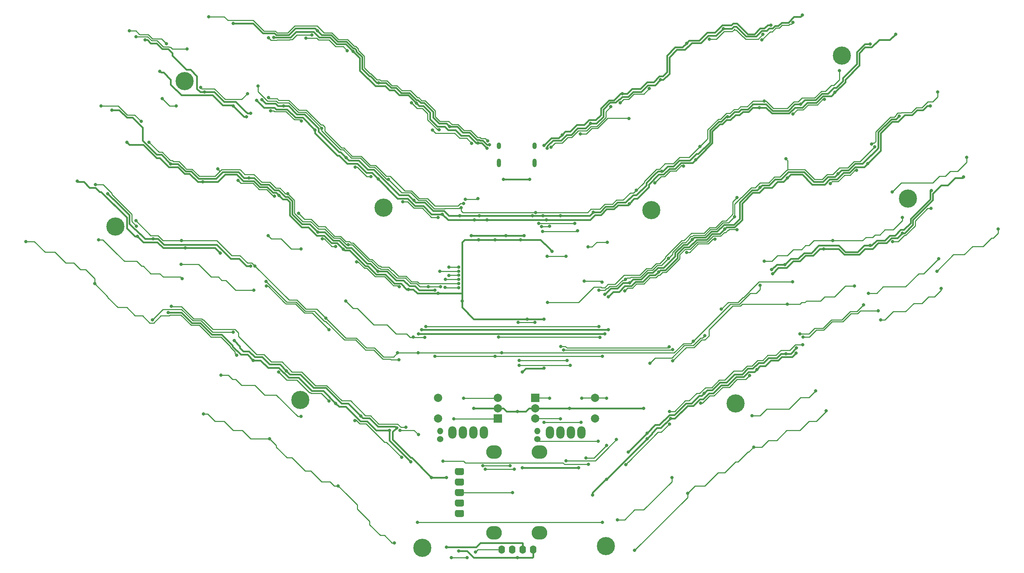
<source format=gbr>
%TF.GenerationSoftware,KiCad,Pcbnew,(5.1.10)-1*%
%TF.CreationDate,2021-08-07T23:48:32-07:00*%
%TF.ProjectId,barobord,6261726f-626f-4726-942e-6b696361645f,rev?*%
%TF.SameCoordinates,Original*%
%TF.FileFunction,Copper,L1,Top*%
%TF.FilePolarity,Positive*%
%FSLAX46Y46*%
G04 Gerber Fmt 4.6, Leading zero omitted, Abs format (unit mm)*
G04 Created by KiCad (PCBNEW (5.1.10)-1) date 2021-08-07 23:48:32*
%MOMM*%
%LPD*%
G01*
G04 APERTURE LIST*
%TA.AperFunction,ComponentPad*%
%ADD10C,4.400000*%
%TD*%
%TA.AperFunction,ComponentPad*%
%ADD11O,2.000000X3.000000*%
%TD*%
%TA.AperFunction,ComponentPad*%
%ADD12O,1.524000X1.524000*%
%TD*%
%TA.AperFunction,ComponentPad*%
%ADD13C,1.524000*%
%TD*%
%TA.AperFunction,ComponentPad*%
%ADD14R,2.000000X2.000000*%
%TD*%
%TA.AperFunction,ComponentPad*%
%ADD15C,2.000000*%
%TD*%
%TA.AperFunction,ComponentPad*%
%ADD16O,1.600000X2.000000*%
%TD*%
%TA.AperFunction,ComponentPad*%
%ADD17O,3.800000X3.300000*%
%TD*%
%TA.AperFunction,ComponentPad*%
%ADD18O,1.000000X2.100000*%
%TD*%
%TA.AperFunction,ComponentPad*%
%ADD19O,1.000000X1.600000*%
%TD*%
%TA.AperFunction,ViaPad*%
%ADD20C,0.800000*%
%TD*%
%TA.AperFunction,Conductor*%
%ADD21C,0.381000*%
%TD*%
%TA.AperFunction,Conductor*%
%ADD22C,0.254000*%
%TD*%
G04 APERTURE END LIST*
D10*
%TO.P,REF\u002A\u002A,1*%
%TO.N,N/C*%
X167452593Y-151458404D03*
%TD*%
%TO.P,REF\u002A\u002A,1*%
%TO.N,N/C*%
X123052593Y-151858404D03*
%TD*%
%TO.P,REF\u002A\u002A,1*%
%TO.N,N/C*%
X178452593Y-70058404D03*
%TD*%
%TO.P,REF\u002A\u002A,1*%
%TO.N,N/C*%
X198852593Y-116858404D03*
%TD*%
%TO.P,REF\u002A\u002A,1*%
%TO.N,N/C*%
X240652593Y-67258404D03*
%TD*%
%TO.P,REF\u002A\u002A,1*%
%TO.N,N/C*%
X224652593Y-32658404D03*
%TD*%
%TO.P,REF\u002A\u002A,1*%
%TO.N,N/C*%
X93452593Y-116058404D03*
%TD*%
%TO.P,REF\u002A\u002A,1*%
%TO.N,N/C*%
X113652593Y-69458404D03*
%TD*%
%TO.P,REF\u002A\u002A,1*%
%TO.N,N/C*%
X48652593Y-74058404D03*
%TD*%
%TO.P,REF\u002A\u002A,1*%
%TO.N,N/C*%
X65452593Y-38858404D03*
%TD*%
D11*
%TO.P,SW45,NC*%
%TO.N,Net-(SW45-PadNC)*%
X161522593Y-123908404D03*
%TO.P,SW45,C*%
%TO.N,GND*%
X158982593Y-123908404D03*
%TO.P,SW45,B*%
%TO.N,ENC2B*%
X156442593Y-123908404D03*
%TO.P,SW45,A*%
%TO.N,ENC2A*%
X153902593Y-123908404D03*
D12*
%TO.P,SW45,S2*%
%TO.N,Net-(D82-Pad2)*%
X150902593Y-123558404D03*
D13*
%TO.P,SW45,S1*%
%TO.N,col10*%
X150902593Y-125558404D03*
%TD*%
D14*
%TO.P,SW43,A*%
%TO.N,ENC2A*%
X150352593Y-115558404D03*
D15*
%TO.P,SW43,C*%
%TO.N,GND*%
X150352593Y-118058404D03*
%TO.P,SW43,B*%
%TO.N,ENC2B*%
X150352593Y-120558404D03*
%TO.P,SW43,S2*%
%TO.N,Net-(D82-Pad2)*%
X164852593Y-115558404D03*
%TO.P,SW43,S1*%
%TO.N,col10*%
X164852593Y-120558404D03*
%TD*%
D14*
%TO.P,SW42,A*%
%TO.N,ENC1A*%
X141352593Y-120558404D03*
D15*
%TO.P,SW42,C*%
%TO.N,GND*%
X141352593Y-118058404D03*
%TO.P,SW42,B*%
%TO.N,ENC1B*%
X141352593Y-115558404D03*
%TO.P,SW42,S2*%
%TO.N,Net-(D81-Pad2)*%
X126852593Y-120558404D03*
%TO.P,SW42,S1*%
%TO.N,col10*%
X126852593Y-115558404D03*
%TD*%
D11*
%TO.P,SW44,NC*%
%TO.N,Net-(SW44-PadNC)*%
X137922593Y-123908404D03*
%TO.P,SW44,C*%
%TO.N,GND*%
X135382593Y-123908404D03*
%TO.P,SW44,B*%
%TO.N,ENC1B*%
X132842593Y-123908404D03*
%TO.P,SW44,A*%
%TO.N,ENC1A*%
X130302593Y-123908404D03*
D12*
%TO.P,SW44,S2*%
%TO.N,Net-(D81-Pad2)*%
X127302593Y-123558404D03*
D13*
%TO.P,SW44,S1*%
%TO.N,col10*%
X127302593Y-125558404D03*
%TD*%
D16*
%TO.P,Brd1,2*%
%TO.N,+5V*%
X147332593Y-152258404D03*
%TO.P,Brd1,1*%
%TO.N,GND*%
X149872593Y-152258404D03*
%TO.P,Brd1,3*%
%TO.N,scl*%
X144792593Y-152258404D03*
%TO.P,Brd1,4*%
%TO.N,sda*%
X142252593Y-152258404D03*
%TD*%
D17*
%TO.P,J1,9*%
%TO.N,N/C*%
X140352593Y-128658404D03*
%TO.P,J1,8*%
X151352593Y-128658404D03*
%TO.P,J1,7*%
X151352593Y-148258404D03*
%TO.P,J1,6*%
X140352593Y-148258404D03*
%TO.P,J1,1*%
%TO.N,+5V*%
%TA.AperFunction,ComponentPad*%
G36*
G01*
X133128593Y-132953404D02*
X133128593Y-133803404D01*
G75*
G02*
X132703593Y-134228404I-425000J0D01*
G01*
X131353593Y-134228404D01*
G75*
G02*
X130928593Y-133803404I0J425000D01*
G01*
X130928593Y-132953404D01*
G75*
G02*
X131353593Y-132528404I425000J0D01*
G01*
X132703593Y-132528404D01*
G75*
G02*
X133128593Y-132953404I0J-425000D01*
G01*
G37*
%TD.AperFunction*%
%TO.P,J1,2*%
%TO.N,sda*%
%TA.AperFunction,ComponentPad*%
G36*
G01*
X132703593Y-136768404D02*
X131353593Y-136768404D01*
G75*
G02*
X130928593Y-136343404I0J425000D01*
G01*
X130928593Y-135493404D01*
G75*
G02*
X131353593Y-135068404I425000J0D01*
G01*
X132703593Y-135068404D01*
G75*
G02*
X133128593Y-135493404I0J-425000D01*
G01*
X133128593Y-136343404D01*
G75*
G02*
X132703593Y-136768404I-425000J0D01*
G01*
G37*
%TD.AperFunction*%
%TO.P,J1,3*%
%TO.N,scl*%
%TA.AperFunction,ComponentPad*%
G36*
G01*
X132703593Y-139308404D02*
X131353593Y-139308404D01*
G75*
G02*
X130928593Y-138883404I0J425000D01*
G01*
X130928593Y-138033404D01*
G75*
G02*
X131353593Y-137608404I425000J0D01*
G01*
X132703593Y-137608404D01*
G75*
G02*
X133128593Y-138033404I0J-425000D01*
G01*
X133128593Y-138883404D01*
G75*
G02*
X132703593Y-139308404I-425000J0D01*
G01*
G37*
%TD.AperFunction*%
%TO.P,J1,4*%
%TO.N,Net-(J1-Pad4)*%
%TA.AperFunction,ComponentPad*%
G36*
G01*
X132703593Y-141848404D02*
X131353593Y-141848404D01*
G75*
G02*
X130928593Y-141423404I0J425000D01*
G01*
X130928593Y-140573404D01*
G75*
G02*
X131353593Y-140148404I425000J0D01*
G01*
X132703593Y-140148404D01*
G75*
G02*
X133128593Y-140573404I0J-425000D01*
G01*
X133128593Y-141423404D01*
G75*
G02*
X132703593Y-141848404I-425000J0D01*
G01*
G37*
%TD.AperFunction*%
%TO.P,J1,5*%
%TO.N,GND*%
%TA.AperFunction,ComponentPad*%
G36*
G01*
X132703593Y-144388404D02*
X131353593Y-144388404D01*
G75*
G02*
X130928593Y-143963404I0J425000D01*
G01*
X130928593Y-143113404D01*
G75*
G02*
X131353593Y-142688404I425000J0D01*
G01*
X132703593Y-142688404D01*
G75*
G02*
X133128593Y-143113404I0J-425000D01*
G01*
X133128593Y-143963404D01*
G75*
G02*
X132703593Y-144388404I-425000J0D01*
G01*
G37*
%TD.AperFunction*%
%TD*%
D18*
%TO.P,USB1,13*%
%TO.N,GND*%
X141532593Y-58688404D03*
X150172593Y-58688404D03*
D19*
X141532593Y-54508404D03*
X150172593Y-54508404D03*
%TD*%
D20*
%TO.N,GND*%
X134852593Y-76258404D03*
X143252593Y-76258404D03*
X131852593Y-152658404D03*
X146052593Y-118858404D03*
X146052593Y-154258404D03*
X135452593Y-118058404D03*
X158652593Y-118058404D03*
X149652593Y-71458404D03*
X55852593Y-28858404D03*
X136852593Y-71458404D03*
X139252593Y-54258404D03*
X77252593Y-24858404D03*
X129634666Y-49858404D03*
X112452593Y-39258404D03*
X97652593Y-26658404D03*
X70252593Y-41458404D03*
X89452593Y-44858404D03*
X104552593Y-57358404D03*
X121011561Y-67699436D03*
X132052593Y-71458404D03*
X126052593Y-89458404D03*
X112252593Y-84867904D03*
X97711561Y-75399436D03*
X81052593Y-62267904D03*
X62052593Y-58867904D03*
X47852593Y-45858404D03*
X115052593Y-123458404D03*
X82052593Y-106458404D03*
X61452593Y-94858404D03*
X65652593Y-79258404D03*
X74052593Y-80458404D03*
X54052593Y-76458404D03*
X39452593Y-63058404D03*
X102052593Y-116858404D03*
X120252593Y-131058404D03*
X152252593Y-71458404D03*
X152452593Y-54458404D03*
X207452593Y-25258404D03*
X187052593Y-29658404D03*
X171452593Y-41858404D03*
X156852593Y-51858404D03*
X164414102Y-70600668D03*
X196902571Y-47467904D03*
X214652593Y-44467904D03*
X231452593Y-29867904D03*
X181052593Y-60658404D03*
X122052593Y-100058404D03*
X167252593Y-100058404D03*
X167252593Y-90458404D03*
X173252593Y-87658404D03*
X188393625Y-77199436D03*
X204793625Y-64599436D03*
X223693625Y-61299436D03*
X238493625Y-47299436D03*
X177452593Y-125458404D03*
X183111561Y-120517372D03*
X204052593Y-108658404D03*
X167652593Y-135258404D03*
X213511561Y-104717372D03*
X207610057Y-84488260D03*
X210852593Y-83258404D03*
X231452593Y-78667904D03*
X164252593Y-139058404D03*
X176652593Y-118058404D03*
X147652593Y-76258404D03*
X156452593Y-71458404D03*
X81452593Y-46658404D03*
X84152593Y-43358404D03*
X246293625Y-65299436D03*
%TO.N,+5V*%
X136652593Y-77258404D03*
X154452593Y-80058404D03*
X132652593Y-92058404D03*
X146852593Y-77258404D03*
X138652593Y-72458404D03*
X128852593Y-151658404D03*
X147252593Y-109258404D03*
X147252593Y-132458404D03*
X82852593Y-43458404D03*
X80452593Y-47458404D03*
X152452593Y-108385404D03*
X135652593Y-72458404D03*
X127852593Y-71058404D03*
X112352593Y-62558404D03*
X97052593Y-50658404D03*
X77252593Y-44858404D03*
X138652593Y-55058404D03*
X87033602Y-28239413D03*
X106252593Y-31658404D03*
X121552593Y-44158404D03*
X136452593Y-53858404D03*
X59452593Y-36458404D03*
X51452593Y-53658404D03*
X126852593Y-90258404D03*
X116811561Y-122817372D03*
X90111561Y-108999436D03*
X81452593Y-83658404D03*
X46852593Y-66058404D03*
X108152593Y-119958404D03*
X128852593Y-134858404D03*
X125252593Y-134858404D03*
X119652593Y-89258404D03*
X153052593Y-72458404D03*
X153252593Y-55058404D03*
X163711561Y-49117372D03*
X180711561Y-38517372D03*
X195911561Y-26117372D03*
X215052593Y-22858404D03*
X237652593Y-27458404D03*
X222952593Y-41558404D03*
X204652593Y-45258404D03*
X189252593Y-57858404D03*
X173111561Y-68517372D03*
X122852593Y-99058404D03*
X168052593Y-99058404D03*
X168052593Y-91058404D03*
X246052593Y-44858404D03*
X180252593Y-85058404D03*
X196252593Y-74658404D03*
X211452593Y-62258404D03*
X230852593Y-58858404D03*
X177452593Y-124058404D03*
X191252593Y-114458404D03*
X211052593Y-104858404D03*
X172852593Y-128658404D03*
X213652593Y-103458404D03*
X207852593Y-85458404D03*
X220252593Y-79458404D03*
X239252593Y-75658404D03*
X254052593Y-62058404D03*
X148452593Y-96458404D03*
X140652593Y-77258404D03*
X152452593Y-96458404D03*
X160852593Y-132458404D03*
X57852593Y-77058404D03*
X103860085Y-79562161D03*
X69852593Y-63248904D03*
X88352593Y-66558404D03*
X77452593Y-101658404D03*
%TO.N,row0*%
X80652593Y-41858404D03*
X83252593Y-40058404D03*
X98652593Y-50258404D03*
X114852593Y-62658404D03*
X132452593Y-69458404D03*
X174852593Y-65258404D03*
X190252593Y-54658404D03*
X205852593Y-43667904D03*
X224052593Y-36258404D03*
X231852593Y-54058404D03*
X247852593Y-41458404D03*
X150452593Y-70658404D03*
X69311561Y-40399436D03*
%TO.N,row1*%
X56852593Y-53658404D03*
X90406133Y-66058404D03*
X105052593Y-78467904D03*
X124452593Y-88658404D03*
X127452593Y-88658404D03*
X123852593Y-98258404D03*
X165798592Y-98258404D03*
X165798592Y-89458404D03*
X182593625Y-81799436D03*
X198652593Y-71658404D03*
X211052593Y-57658404D03*
X232603247Y-54789813D03*
X254852593Y-57258404D03*
X151179593Y-73258404D03*
X159925593Y-73258404D03*
X163175026Y-79008971D03*
X167852593Y-77858404D03*
X172252593Y-86867904D03*
X73452593Y-60058404D03*
X236852593Y-65658404D03*
%TO.N,row2*%
X64652593Y-77458404D03*
X117052593Y-104658404D03*
X99652593Y-96258404D03*
X82490574Y-83620423D03*
X122043093Y-104658404D03*
X117635411Y-123384183D03*
X122052593Y-124458404D03*
X188638526Y-101844337D03*
X205808083Y-82458404D03*
X239252593Y-71858404D03*
X262452593Y-74658404D03*
X247652593Y-84858404D03*
X142252593Y-104658404D03*
X222452593Y-77458404D03*
X204852593Y-88258404D03*
X53652593Y-72658404D03*
%TO.N,row3*%
X57652593Y-96658404D03*
X77252593Y-99658404D03*
X70052593Y-119458404D03*
X86052593Y-125458404D03*
X102652593Y-136858404D03*
X116252593Y-150658404D03*
X121852593Y-145658404D03*
X166652593Y-145658404D03*
X174452593Y-152458404D03*
X187252593Y-138658404D03*
X203252593Y-127458404D03*
X220852593Y-118658404D03*
X214452593Y-100058404D03*
X229852593Y-93058404D03*
X234052593Y-96658404D03*
X248652593Y-89058404D03*
X167638526Y-127044337D03*
X162652593Y-130077404D03*
X141452593Y-100848904D03*
X165999456Y-100909074D03*
%TO.N,led*%
X131852593Y-83858389D03*
X129452593Y-83858404D03*
X133452593Y-67458404D03*
X136452593Y-67258404D03*
X138822397Y-53288600D03*
X71252593Y-23258404D03*
X66052593Y-31058404D03*
X53652593Y-28058404D03*
%TO.N,Net-(D41-Pad2)*%
X61052593Y-29813894D03*
X52052593Y-26658404D03*
%TO.N,VCC*%
X149052593Y-62658404D03*
X142652593Y-62658404D03*
%TO.N,Net-(D42-Pad2)*%
X54911561Y-48599436D03*
X45252593Y-44858404D03*
%TO.N,Net-(D43-Pad2)*%
X43852593Y-63858404D03*
X53766660Y-73944337D03*
%TO.N,Net-(D47-Pad2)*%
X85774634Y-28380445D03*
X96252593Y-27658404D03*
%TO.N,Net-(D48-Pad2)*%
X104852593Y-31458404D03*
X94852593Y-28458404D03*
%TO.N,Net-(D49-Pad2)*%
X93693625Y-48448904D03*
X86252593Y-46048904D03*
%TO.N,Net-(D50-Pad2)*%
X87252593Y-66658404D03*
X78393625Y-62917372D03*
%TO.N,Net-(D51-Pad2)*%
X85652593Y-76258404D03*
X93652593Y-79458404D03*
%TO.N,Net-(D52-Pad2)*%
X102045492Y-78865505D03*
X98793625Y-77048904D03*
%TO.N,Net-(D53-Pad2)*%
X110593625Y-61917372D03*
X106793625Y-59648904D03*
%TO.N,Net-(D54-Pad2)*%
X120393625Y-44117372D03*
X127052593Y-50648904D03*
%TO.N,Net-(D55-Pad2)*%
X134993625Y-53917372D03*
X125452593Y-50658404D03*
%TO.N,Net-(D56-Pad2)*%
X126852593Y-71848904D03*
X118252593Y-68048904D03*
%TO.N,Net-(D57-Pad2)*%
X117452593Y-88648904D03*
X107079558Y-82603305D03*
X100452593Y-99058404D03*
X85252593Y-88458404D03*
%TO.N,Net-(D58-Pad2)*%
X88193625Y-109317372D03*
X100393625Y-116317372D03*
%TO.N,Net-(D59-Pad2)*%
X106693625Y-121017372D03*
X117993625Y-129917372D03*
%TO.N,Net-(D60-Pad2)*%
X128052593Y-130858404D03*
X163252593Y-131658404D03*
%TO.N,Net-(D61-Pad2)*%
X172311561Y-131717372D03*
X182870529Y-121876340D03*
%TO.N,Net-(D62-Pad2)*%
X190416311Y-116812622D03*
X202311561Y-110117372D03*
%TO.N,Net-(D63-Pad2)*%
X199211561Y-74817372D03*
X172052593Y-89658404D03*
%TO.N,Net-(D66-Pad2)*%
X161252593Y-51585404D03*
X173052593Y-47858404D03*
%TO.N,Net-(D67-Pad2)*%
X178011561Y-40648904D03*
X170911561Y-44117372D03*
%TO.N,Net-(D68-Pad2)*%
X186252593Y-59448904D03*
X179311561Y-63517372D03*
%TO.N,Net-(D69-Pad2)*%
X193852593Y-77102914D03*
X187052593Y-80302914D03*
X195438526Y-94044337D03*
X212652593Y-87458404D03*
%TO.N,Net-(D73-Pad2)*%
X192516311Y-28712622D03*
X205516311Y-27512622D03*
%TO.N,Net-(D74-Pad2)*%
X212811561Y-24617372D03*
X205252593Y-28858404D03*
%TO.N,Net-(D75-Pad2)*%
X220411561Y-43248904D03*
X212806811Y-46822122D03*
%TO.N,Net-(D76-Pad2)*%
X228211561Y-60448904D03*
X221816311Y-63612622D03*
%TO.N,Net-(D77-Pad2)*%
X236916311Y-77712622D03*
X246252593Y-69658404D03*
%TO.N,RESET*%
X157852593Y-130804404D03*
X170052593Y-125658404D03*
X157852593Y-81258404D03*
X153252593Y-81258404D03*
X162252593Y-87258404D03*
X166525592Y-87531403D03*
%TO.N,col0*%
X27052593Y-77658404D03*
X43652593Y-87858404D03*
X131852593Y-84858392D03*
X127252593Y-84858404D03*
X117338526Y-106344337D03*
X85176507Y-87334490D03*
X78107177Y-105230924D03*
%TO.N,col1*%
X64852593Y-86658404D03*
X131852593Y-85858395D03*
X129425410Y-85913721D03*
X119052593Y-122657183D03*
X62252593Y-93404403D03*
X63452593Y-44858404D03*
X60052593Y-43058404D03*
X44652593Y-77258404D03*
%TO.N,col2*%
X82252593Y-89458404D03*
X64611561Y-83217372D03*
X131852593Y-86858398D03*
X128643093Y-86858404D03*
X133052593Y-68458404D03*
X85742622Y-42844337D03*
%TO.N,col3*%
X74266660Y-110072471D03*
X93652593Y-120058404D03*
X131852593Y-87858401D03*
X93066660Y-70844337D03*
%TO.N,col4*%
X104452593Y-92058404D03*
X131852593Y-88858404D03*
X128542286Y-88828507D03*
X123643093Y-100858404D03*
X120793625Y-100799436D03*
%TO.N,col5*%
X183452593Y-134858404D03*
X170252593Y-145058404D03*
X152151443Y-75229755D03*
X160652593Y-75058404D03*
%TO.N,col6*%
X191452593Y-100458404D03*
X178166660Y-107144337D03*
X151906593Y-74043724D03*
X153852593Y-73985404D03*
X154222737Y-54815868D03*
X168652593Y-45058404D03*
%TO.N,col7*%
X202852593Y-119858404D03*
X218252593Y-113858404D03*
X153325593Y-92458404D03*
X199238526Y-67044337D03*
%TO.N,col8*%
X227652593Y-88458404D03*
X211452593Y-92858404D03*
X157252593Y-103931404D03*
X183652593Y-103858404D03*
X183682490Y-106548097D03*
%TO.N,col9*%
X231052593Y-90258404D03*
X248052593Y-81858404D03*
X156525593Y-103058404D03*
X182758164Y-103204404D03*
X182852593Y-118867904D03*
X215179593Y-102658404D03*
X215252593Y-100785404D03*
X233452593Y-94458404D03*
%TO.N,sda*%
X135852593Y-152858404D03*
X133852593Y-154258404D03*
X130052593Y-154258404D03*
X137652593Y-131985404D03*
X144252593Y-131985404D03*
X146466660Y-106472471D03*
X158052593Y-106458404D03*
%TO.N,scl*%
X144852593Y-138458404D03*
X138252593Y-132858404D03*
X145252593Y-132858404D03*
X146452593Y-107658404D03*
X158852593Y-107658404D03*
%TO.N,Net-(D82-Pad2)*%
X161652593Y-115658404D03*
X161452593Y-121458404D03*
X152452593Y-121458404D03*
X167652593Y-115658404D03*
%TO.N,ENC1B*%
X133052593Y-115658404D03*
%TO.N,ENC1A*%
X130652593Y-120658404D03*
%TO.N,col10*%
X165652593Y-126058404D03*
X126052593Y-105458404D03*
X140652593Y-105458404D03*
X166652593Y-105458404D03*
%TO.N,ENC2B*%
X156452593Y-120658404D03*
%TO.N,ENC2A*%
X153852593Y-115658404D03*
X150252593Y-97248904D03*
X146252593Y-97258404D03*
%TD*%
D21*
%TO.N,GND*%
X134852593Y-76258404D02*
X143252593Y-76258404D01*
X146052593Y-118858404D02*
X143452593Y-118858404D01*
X143452593Y-118858404D02*
X142652593Y-118058404D01*
X142652593Y-118058404D02*
X141352593Y-118058404D01*
X149652593Y-118058404D02*
X150952593Y-118058404D01*
X146052593Y-118858404D02*
X148052593Y-118858404D01*
X148852593Y-118058404D02*
X150352593Y-118058404D01*
X148052593Y-118858404D02*
X148852593Y-118058404D01*
X140852593Y-154258404D02*
X146052593Y-154258404D01*
X149872593Y-154038404D02*
X149652593Y-154258404D01*
X149872593Y-152258404D02*
X149872593Y-154038404D01*
X146052593Y-154258404D02*
X149652593Y-154258404D01*
X131852593Y-152658404D02*
X133852593Y-152658404D01*
X135452593Y-154258404D02*
X140852593Y-154258404D01*
X133852593Y-152658404D02*
X135452593Y-154258404D01*
X135452593Y-118058404D02*
X141352593Y-118058404D01*
X155852593Y-118058404D02*
X150352593Y-118058404D01*
X155852593Y-118058404D02*
X158652593Y-118058404D01*
X149652593Y-71458404D02*
X136852593Y-71458404D01*
X129652593Y-71458404D02*
X129452593Y-71458404D01*
X129452593Y-71458404D02*
X128252593Y-70258404D01*
X128252593Y-70258404D02*
X125652593Y-70258404D01*
X125652593Y-70258404D02*
X123652593Y-68258404D01*
X123652593Y-68258404D02*
X121452593Y-68258404D01*
X121452593Y-68258404D02*
X119652593Y-66458404D01*
X119652593Y-66458404D02*
X117452593Y-66458404D01*
X117452593Y-66458404D02*
X111252593Y-60258404D01*
X111252593Y-60258404D02*
X109852593Y-60258404D01*
X109852593Y-60258404D02*
X107652593Y-58058404D01*
X107652593Y-58058404D02*
X105252593Y-58058404D01*
X103252593Y-56058404D02*
X102852593Y-56058404D01*
X102852593Y-56058404D02*
X97852593Y-51058404D01*
X97852593Y-51058404D02*
X97852593Y-50258404D01*
X97852593Y-50258404D02*
X94452593Y-46858404D01*
X94452593Y-46858404D02*
X92652593Y-46858404D01*
X92652593Y-46858404D02*
X90652593Y-44858404D01*
X88052593Y-44858404D02*
X87652593Y-44458404D01*
X87652593Y-44458404D02*
X87452593Y-44258404D01*
X87452593Y-44258404D02*
X85052593Y-44258404D01*
X56452593Y-28858404D02*
X55852593Y-28858404D01*
X58652593Y-29658404D02*
X57252593Y-29658404D01*
X60052593Y-31058404D02*
X58652593Y-29658404D01*
X61452593Y-31058404D02*
X60052593Y-31058404D01*
X57252593Y-29658404D02*
X56452593Y-28858404D01*
X62452593Y-32058404D02*
X61452593Y-31058404D01*
X75052593Y-43858404D02*
X72652593Y-41458404D01*
X77852593Y-43858404D02*
X75052593Y-43858404D01*
X79452593Y-45458404D02*
X77852593Y-43858404D01*
X136852593Y-71458404D02*
X132052593Y-71458404D01*
X136252593Y-53058404D02*
X134452593Y-51258404D01*
X134452593Y-51258404D02*
X132852593Y-51258404D01*
X132852593Y-51258404D02*
X131452593Y-49858404D01*
X129634666Y-49858404D02*
X128834666Y-49058404D01*
X131452593Y-49858404D02*
X129634666Y-49858404D01*
X128834666Y-49058404D02*
X127052593Y-49058404D01*
X127052593Y-49058404D02*
X125652593Y-47658404D01*
X125652593Y-47658404D02*
X125652593Y-46258404D01*
X125652593Y-46258404D02*
X123452593Y-44058404D01*
X123452593Y-44058404D02*
X122652593Y-44058404D01*
X117652593Y-41458404D02*
X116652593Y-40458404D01*
X116652593Y-40458404D02*
X115452593Y-40458404D01*
X115452593Y-40458404D02*
X114252593Y-39258404D01*
X112052593Y-39258404D02*
X110452593Y-37658404D01*
X110452593Y-37658404D02*
X110252593Y-37658404D01*
X110252593Y-37658404D02*
X108452593Y-35858404D01*
X112452593Y-39258404D02*
X112052593Y-39258404D01*
X114252593Y-39258404D02*
X112452593Y-39258404D01*
X98452593Y-27458404D02*
X97652593Y-26658404D01*
X72652593Y-41458404D02*
X70252593Y-41458404D01*
X89452593Y-44858404D02*
X88052593Y-44858404D01*
X90652593Y-44858404D02*
X89452593Y-44858404D01*
X104552593Y-57358404D02*
X103252593Y-56058404D01*
X105252593Y-58058404D02*
X104552593Y-57358404D01*
X132052593Y-71458404D02*
X129652593Y-71458404D01*
X126052593Y-89458404D02*
X122252593Y-89458404D01*
X122252593Y-89458404D02*
X121252593Y-88458404D01*
X121252593Y-88458404D02*
X119852593Y-88458404D01*
X119852593Y-88458404D02*
X118452593Y-87058404D01*
X118452593Y-87058404D02*
X116652593Y-87058404D01*
X114462093Y-84867904D02*
X112252593Y-84867904D01*
X116652593Y-87058404D02*
X114462093Y-84867904D01*
X112252593Y-84867904D02*
X110443093Y-83058404D01*
X110443093Y-83058404D02*
X109652593Y-83058404D01*
X105852593Y-79258404D02*
X104674265Y-79258404D01*
X109652593Y-83058404D02*
X105852593Y-79258404D01*
X102874265Y-77458404D02*
X101452593Y-77458404D01*
X104674265Y-79258404D02*
X102874265Y-77458404D01*
X99393625Y-75399436D02*
X97711561Y-75399436D01*
X101452593Y-77458404D02*
X99393625Y-75399436D01*
X97711561Y-75399436D02*
X95770529Y-73458404D01*
X95770529Y-73458404D02*
X93874265Y-73458404D01*
X91533602Y-67917741D02*
X90474265Y-66858404D01*
X91533603Y-71117742D02*
X91533602Y-67917741D01*
X93874265Y-73458404D02*
X91533603Y-71117742D01*
X87252593Y-65258404D02*
X87233603Y-65277394D01*
X87233603Y-65277394D02*
X85814613Y-63858404D01*
X85814613Y-63858404D02*
X83874265Y-63858404D01*
X82283765Y-62267904D02*
X81052593Y-62267904D01*
X83874265Y-63858404D02*
X82283765Y-62267904D01*
X81052593Y-62267904D02*
X79862093Y-62267904D01*
X79862093Y-62267904D02*
X78452593Y-60858404D01*
X78452593Y-60858404D02*
X74652593Y-60858404D01*
X74652593Y-60858404D02*
X73052593Y-62458404D01*
X73052593Y-62458404D02*
X68852593Y-62458404D01*
X67052593Y-60658404D02*
X65674265Y-60658404D01*
X68852593Y-62458404D02*
X67052593Y-60658404D01*
X63883765Y-58867904D02*
X62052593Y-58867904D01*
X65674265Y-60658404D02*
X63883765Y-58867904D01*
X62052593Y-58867904D02*
X59843093Y-56658404D01*
X58674265Y-56658404D02*
X55252593Y-53236732D01*
X59843093Y-56658404D02*
X58674265Y-56658404D01*
X55252593Y-53236732D02*
X55252593Y-50058404D01*
X55252593Y-50058404D02*
X52852593Y-47658404D01*
X52852593Y-47658404D02*
X51452593Y-47658404D01*
X49652593Y-45858404D02*
X47852593Y-45858404D01*
X51452593Y-47658404D02*
X49652593Y-45858404D01*
X82052593Y-106458404D02*
X80652593Y-105058404D01*
X80652593Y-105058404D02*
X79052593Y-105058404D01*
X79052593Y-105058404D02*
X77052593Y-103058404D01*
X77052593Y-103058404D02*
X77052593Y-102858404D01*
X77052593Y-102858404D02*
X74452593Y-100258404D01*
X74452593Y-100258404D02*
X72052593Y-100258404D01*
X72052593Y-100258404D02*
X69252593Y-97458404D01*
X69252593Y-97458404D02*
X67252593Y-97458404D01*
X67252593Y-97458404D02*
X64652593Y-94858404D01*
X64652593Y-94858404D02*
X61452593Y-94858404D01*
X72852593Y-79258404D02*
X74052593Y-80458404D01*
X65652593Y-79258404D02*
X72852593Y-79258404D01*
X65652593Y-79258404D02*
X60252593Y-79258404D01*
X60252593Y-79258404D02*
X58852593Y-77858404D01*
X55452593Y-77858404D02*
X54052593Y-76458404D01*
X58852593Y-77858404D02*
X55452593Y-77858404D01*
X90652593Y-110658404D02*
X88252593Y-108258404D01*
X93052593Y-110658404D02*
X90652593Y-110658404D01*
X85652593Y-108258404D02*
X83852593Y-106458404D01*
X96252593Y-113858404D02*
X93052593Y-110658404D01*
X99052593Y-113858404D02*
X96252593Y-113858404D01*
X88252593Y-108258404D02*
X85652593Y-108258404D01*
X83852593Y-106458404D02*
X82052593Y-106458404D01*
X108052593Y-121258404D02*
X104452593Y-117658404D01*
X109652593Y-121258404D02*
X108052593Y-121258404D01*
X104452593Y-117658404D02*
X102852593Y-117658404D01*
X111852593Y-123458404D02*
X109652593Y-121258404D01*
X115052593Y-123458404D02*
X111852593Y-123458404D01*
X102052593Y-116858404D02*
X99052593Y-113858404D01*
X102852593Y-117658404D02*
X102052593Y-116858404D01*
X115052593Y-123458404D02*
X115052593Y-125858404D01*
X115052593Y-125858404D02*
X117452593Y-128258404D01*
X117452593Y-128258404D02*
X120252593Y-131058404D01*
X152252593Y-71458404D02*
X149652593Y-71458404D01*
X152452593Y-54458404D02*
X153452593Y-53458404D01*
X153452593Y-53458404D02*
X154252593Y-52658404D01*
X154252593Y-52658404D02*
X156052593Y-52658404D01*
X157652593Y-51058404D02*
X158852593Y-51058404D01*
X158852593Y-51058404D02*
X160452593Y-49458404D01*
X160452593Y-49458404D02*
X162252593Y-49458404D01*
X162252593Y-49458404D02*
X163452593Y-48258404D01*
X163452593Y-48258404D02*
X165052593Y-48258404D01*
X165052593Y-48258404D02*
X166252593Y-47058404D01*
X166252593Y-47058404D02*
X166252593Y-45458404D01*
X166252593Y-45458404D02*
X168252593Y-43458404D01*
X168252593Y-43458404D02*
X169452593Y-43458404D01*
X169452593Y-43458404D02*
X171052593Y-41858404D01*
X172652593Y-41858404D02*
X173852593Y-40658404D01*
X173852593Y-40658404D02*
X175852593Y-40658404D01*
X175852593Y-40658404D02*
X177452593Y-39058404D01*
X177452593Y-39058404D02*
X179052593Y-39058404D01*
X179052593Y-39058404D02*
X180452593Y-37658404D01*
X180452593Y-37658404D02*
X181252593Y-37658404D01*
X181252593Y-37658404D02*
X182252593Y-36658404D01*
X182252593Y-36658404D02*
X182252593Y-32658404D01*
X182252593Y-32658404D02*
X184252593Y-30658404D01*
X184252593Y-30658404D02*
X186052593Y-30658404D01*
X187652593Y-29058404D02*
X190052593Y-29058404D01*
X190052593Y-29058404D02*
X192052593Y-27058404D01*
X192052593Y-27058404D02*
X193852593Y-27058404D01*
X193852593Y-27058404D02*
X195652593Y-25258404D01*
X195652593Y-25258404D02*
X197852593Y-25258404D01*
X197852593Y-25258404D02*
X198252593Y-24858404D01*
X198252593Y-24858404D02*
X199252593Y-24858404D01*
X199252593Y-24858404D02*
X201852593Y-27458404D01*
X201852593Y-27458404D02*
X203452593Y-27458404D01*
X203452593Y-27458404D02*
X204852593Y-26058404D01*
X207452593Y-25258404D02*
X206652593Y-25258404D01*
X206652593Y-25258404D02*
X205852593Y-26058404D01*
X204852593Y-26058404D02*
X205852593Y-26058404D01*
X187052593Y-29658404D02*
X187652593Y-29058404D01*
X186052593Y-30658404D02*
X187052593Y-29658404D01*
X171452593Y-41858404D02*
X172652593Y-41858404D01*
X171052593Y-41858404D02*
X171452593Y-41858404D01*
X156852593Y-51858404D02*
X157652593Y-51058404D01*
X156052593Y-52658404D02*
X156852593Y-51858404D01*
X159652593Y-71458404D02*
X163252593Y-71458404D01*
X163556366Y-71458404D02*
X164414102Y-70600668D01*
X163252593Y-71458404D02*
X163556366Y-71458404D01*
X164414102Y-70600668D02*
X166088657Y-70600668D01*
X166088657Y-70600668D02*
X167430921Y-69258404D01*
X169230921Y-69258404D02*
X170230921Y-68258404D01*
X167430921Y-69258404D02*
X169230921Y-69258404D01*
X170230921Y-68258404D02*
X172252593Y-68258404D01*
X172252593Y-68258404D02*
X174052593Y-66458404D01*
X174052593Y-66458404D02*
X174852593Y-66458404D01*
X177271583Y-64039414D02*
X177271583Y-63439414D01*
X174852593Y-66458404D02*
X177271583Y-64039414D01*
X177271583Y-63439414D02*
X179452593Y-61258404D01*
X179452593Y-61258404D02*
X180052593Y-60658404D01*
X181252593Y-60658404D02*
X182452593Y-59458404D01*
X182452593Y-59458404D02*
X183852593Y-59458404D01*
X185252593Y-58058404D02*
X187830921Y-58058404D01*
X183852593Y-59458404D02*
X185252593Y-58058404D01*
X189430921Y-56458404D02*
X189830921Y-56458404D01*
X187830921Y-58058404D02*
X189430921Y-56458404D01*
X192671583Y-53617742D02*
X192671584Y-50817741D01*
X189830921Y-56458404D02*
X192671583Y-53617742D01*
X194830921Y-48658404D02*
X195430921Y-48658404D01*
X192671584Y-50817741D02*
X194830921Y-48658404D01*
X196621421Y-47467904D02*
X196902571Y-47467904D01*
X195430921Y-48658404D02*
X196621421Y-47467904D01*
X211630921Y-46058404D02*
X213221421Y-44467904D01*
X207874265Y-46058404D02*
X211630921Y-46058404D01*
X203052593Y-44458404D02*
X206274265Y-44458404D01*
X202852593Y-44658404D02*
X203052593Y-44458404D01*
X206274265Y-44458404D02*
X207874265Y-46058404D01*
X202830921Y-44658404D02*
X202852593Y-44658404D01*
X201830921Y-45658404D02*
X202830921Y-44658404D01*
X213221421Y-44467904D02*
X214652593Y-44467904D01*
X199652593Y-46258404D02*
X200252593Y-45658404D01*
X198652593Y-46258404D02*
X199652593Y-46258404D01*
X200252593Y-45658404D02*
X201830921Y-45658404D01*
X197443093Y-47467904D02*
X198652593Y-46258404D01*
X196902571Y-47467904D02*
X197443093Y-47467904D01*
X181052593Y-60658404D02*
X181252593Y-60658404D01*
X180052593Y-60658404D02*
X181052593Y-60658404D01*
X122052593Y-100058404D02*
X167252593Y-100058404D01*
X167252593Y-90458404D02*
X168652593Y-89058404D01*
X168652593Y-89058404D02*
X170252593Y-89058404D01*
X171652593Y-87658404D02*
X173252593Y-87658404D01*
X170252593Y-89058404D02*
X171652593Y-87658404D01*
X173252593Y-87658404D02*
X174063429Y-86847568D01*
X174063429Y-86847568D02*
X176063429Y-86847568D01*
X176063429Y-86847568D02*
X177652593Y-85258404D01*
X177652593Y-85258404D02*
X178852593Y-85258404D01*
X178852593Y-85258404D02*
X180052593Y-84058404D01*
X180052593Y-84058404D02*
X181452593Y-84058404D01*
X184271584Y-80417741D02*
X186230921Y-78458404D01*
X184271583Y-81239414D02*
X184271584Y-80417741D01*
X181452593Y-84058404D02*
X184271583Y-81239414D01*
X187134657Y-78458404D02*
X188393625Y-77199436D01*
X186230921Y-78458404D02*
X187134657Y-78458404D01*
X188393625Y-77199436D02*
X188934657Y-76658404D01*
X191630921Y-76658404D02*
X193011931Y-75277394D01*
X188934657Y-76658404D02*
X191630921Y-76658404D01*
X193011931Y-75277394D02*
X194433603Y-75277394D01*
X194433603Y-75277394D02*
X196063429Y-73647568D01*
X196063429Y-73647568D02*
X198441757Y-73647568D01*
X199871584Y-68217741D02*
X202830921Y-65258404D01*
X199871583Y-72217742D02*
X199871584Y-68217741D01*
X198441757Y-73647568D02*
X199871583Y-72217742D01*
X204134657Y-65258404D02*
X204793625Y-64599436D01*
X202830921Y-65258404D02*
X204134657Y-65258404D01*
X204793625Y-64599436D02*
X205345493Y-64047568D01*
X207041757Y-64047568D02*
X207052593Y-64058404D01*
X205345493Y-64047568D02*
X207041757Y-64047568D01*
X207052593Y-64058404D02*
X208452593Y-62658404D01*
X208452593Y-62658404D02*
X209852593Y-62658404D01*
X209852593Y-62658404D02*
X211652593Y-60858404D01*
X211652593Y-60858404D02*
X215452593Y-60858404D01*
X215452593Y-60858404D02*
X217852593Y-63258404D01*
X217852593Y-63258404D02*
X220052593Y-63258404D01*
X220052593Y-63258404D02*
X221233603Y-62077394D01*
X222915667Y-62077394D02*
X223693625Y-61299436D01*
X221233603Y-62077394D02*
X222915667Y-62077394D01*
X223693625Y-61299436D02*
X224534657Y-60458404D01*
X226230921Y-60458404D02*
X227830921Y-58858404D01*
X224534657Y-60458404D02*
X226230921Y-60458404D01*
X227830921Y-58858404D02*
X229652593Y-58858404D01*
X229652593Y-58858404D02*
X230252593Y-58258404D01*
X230252593Y-58258404D02*
X233052593Y-55458404D01*
X233471584Y-51217741D02*
X236611931Y-48077394D01*
X233471583Y-55039414D02*
X233471584Y-51217741D01*
X233052593Y-55458404D02*
X233471583Y-55039414D01*
X237715667Y-48077394D02*
X238493625Y-47299436D01*
X236611931Y-48077394D02*
X237715667Y-48077394D01*
X177452593Y-125458404D02*
X178652593Y-124258404D01*
X178652593Y-124258404D02*
X178652593Y-124058404D01*
X178652593Y-124058404D02*
X179852593Y-122858404D01*
X180770529Y-122858404D02*
X183111561Y-120517372D01*
X179852593Y-122858404D02*
X180770529Y-122858404D01*
X183111561Y-120517372D02*
X184193625Y-120517372D01*
X184193625Y-120517372D02*
X187252593Y-117458404D01*
X187252593Y-117458404D02*
X188652593Y-117458404D01*
X190252593Y-115858404D02*
X191052593Y-115858404D01*
X188652593Y-117458404D02*
X190252593Y-115858404D01*
X191052593Y-115858404D02*
X192452593Y-114458404D01*
X192452593Y-114458404D02*
X193452593Y-114458404D01*
X193452593Y-114458404D02*
X195452593Y-112458404D01*
X195452593Y-112458404D02*
X197052593Y-112458404D01*
X197052593Y-112458404D02*
X199052593Y-110458404D01*
X199052593Y-110458404D02*
X200852593Y-110458404D01*
X200852593Y-110458404D02*
X202052593Y-109258404D01*
X203452593Y-109258404D02*
X204052593Y-108658404D01*
X202052593Y-109258404D02*
X203452593Y-109258404D01*
X177452593Y-125458404D02*
X167652593Y-135258404D01*
X204052593Y-108658404D02*
X204852593Y-107858404D01*
X204852593Y-107858404D02*
X206052593Y-107858404D01*
X206052593Y-107858404D02*
X207452593Y-106458404D01*
X207452593Y-106458404D02*
X209252593Y-106458404D01*
X209252593Y-106458404D02*
X210052593Y-105658404D01*
X212570529Y-105658404D02*
X213511561Y-104717372D01*
X210052593Y-105658404D02*
X212570529Y-105658404D01*
X208839913Y-83258404D02*
X210852593Y-83258404D01*
X207610057Y-84488260D02*
X208839913Y-83258404D01*
X210852593Y-83258404D02*
X212252593Y-81858404D01*
X212252593Y-81858404D02*
X214052593Y-81858404D01*
X214052593Y-81858404D02*
X215452593Y-80458404D01*
X215452593Y-80458404D02*
X217252593Y-80458404D01*
X217252593Y-80458404D02*
X219052593Y-78658404D01*
X219052593Y-78658404D02*
X223874265Y-78658404D01*
X223874265Y-78658404D02*
X225474265Y-80258404D01*
X225474265Y-80258404D02*
X228452593Y-80258404D01*
X230043093Y-78667904D02*
X231452593Y-78667904D01*
X228452593Y-80258404D02*
X230043093Y-78667904D01*
X164252593Y-139058404D02*
X164252593Y-138458404D01*
X167452593Y-135258404D02*
X167652593Y-135258404D01*
X164252593Y-138458404D02*
X167452593Y-135258404D01*
X158652593Y-118058404D02*
X176652593Y-118058404D01*
X143252593Y-76258404D02*
X147652593Y-76258404D01*
X156452593Y-71458404D02*
X152252593Y-71458404D01*
X159652593Y-71458404D02*
X156452593Y-71458404D01*
X89822535Y-66858404D02*
X90474265Y-66858404D01*
X88241525Y-65277394D02*
X89822535Y-66858404D01*
X87233603Y-65277394D02*
X88241525Y-65277394D01*
X79452593Y-45458404D02*
X80052593Y-46058404D01*
X80652593Y-46658404D02*
X81452593Y-46658404D01*
X80052593Y-46058404D02*
X80652593Y-46658404D01*
X85052593Y-44258404D02*
X84152593Y-43358404D01*
X136462092Y-53067903D02*
X136832034Y-53067903D01*
X136452593Y-53058404D02*
X136462092Y-53067903D01*
X136252593Y-53058404D02*
X136452593Y-53058404D01*
X136832034Y-53067903D02*
X137022535Y-53258404D01*
X137022535Y-53258404D02*
X137674265Y-53258404D01*
X138674265Y-54258404D02*
X139252593Y-54258404D01*
X137674265Y-53258404D02*
X138674265Y-54258404D01*
X122652593Y-44058404D02*
X121962092Y-43367903D01*
X121583764Y-43367903D02*
X119893255Y-41677394D01*
X121962092Y-43367903D02*
X121583764Y-43367903D01*
X119893255Y-41677394D02*
X117852593Y-41677394D01*
X117852593Y-41658404D02*
X117652593Y-41458404D01*
X117852593Y-41677394D02*
X117852593Y-41658404D01*
X108433603Y-35639414D02*
X108433602Y-33017741D01*
X108452593Y-35658404D02*
X108433603Y-35639414D01*
X108452593Y-35858404D02*
X108452593Y-35658404D01*
X107043094Y-31278963D02*
X106632034Y-30867903D01*
X107043094Y-31627233D02*
X107043094Y-31278963D01*
X108433602Y-33017741D02*
X107043094Y-31627233D01*
X106632034Y-30867903D02*
X106283764Y-30867903D01*
X106283764Y-30867903D02*
X104693255Y-29277394D01*
X104693255Y-29277394D02*
X102493255Y-29277394D01*
X102493255Y-29277394D02*
X100893255Y-27677394D01*
X98671583Y-27677394D02*
X98452593Y-27458404D01*
X100893255Y-27677394D02*
X98671583Y-27677394D01*
X90652593Y-27658404D02*
X87622535Y-27658404D01*
X92252593Y-26058404D02*
X90652593Y-27658404D01*
X87222535Y-27258404D02*
X84452593Y-27258404D01*
X87622535Y-27658404D02*
X87222535Y-27258404D01*
X97052593Y-26058404D02*
X92252593Y-26058404D01*
X97652593Y-26658404D02*
X97052593Y-26058404D01*
X82052593Y-24858404D02*
X82152593Y-24958404D01*
X77252593Y-24858404D02*
X82052593Y-24858404D01*
X84452593Y-27258404D02*
X82152593Y-24958404D01*
X65252593Y-35458404D02*
X62452593Y-32658404D01*
X65852593Y-36058404D02*
X65252593Y-35458404D01*
X68452593Y-37658404D02*
X66852593Y-36058404D01*
X68452593Y-40658404D02*
X68452593Y-37658404D01*
X66852593Y-36058404D02*
X65852593Y-36058404D01*
X70252593Y-41458404D02*
X69252593Y-41458404D01*
X69252593Y-41458404D02*
X68452593Y-40658404D01*
X62452593Y-32658404D02*
X62452593Y-32058404D01*
X41052593Y-63258404D02*
X39652593Y-63258404D01*
X42452593Y-64658404D02*
X41052593Y-63258404D01*
X43852593Y-64658404D02*
X42452593Y-64658404D01*
X44852593Y-65658404D02*
X43852593Y-64658404D01*
X45252593Y-65658404D02*
X44852593Y-65658404D01*
X39652593Y-63258404D02*
X39452593Y-63058404D01*
X51471583Y-71877394D02*
X45252593Y-65658404D01*
X51471583Y-74477394D02*
X51471583Y-71877394D01*
X53452593Y-76458404D02*
X51471583Y-74477394D01*
X54052593Y-76458404D02*
X53452593Y-76458404D01*
X228241757Y-31847568D02*
X230221421Y-29867904D01*
X228241757Y-34669240D02*
X228241757Y-31847568D01*
X224871584Y-38039413D02*
X228241757Y-34669240D01*
X221252593Y-41858404D02*
X222652593Y-40458404D01*
X230221421Y-29867904D02*
X231452593Y-29867904D01*
X224871583Y-38817742D02*
X224871584Y-38039413D01*
X223230921Y-40458404D02*
X224871583Y-38817742D01*
X219830921Y-41858404D02*
X221252593Y-41858404D01*
X218241757Y-43447568D02*
X219830921Y-41858404D01*
X222652593Y-40458404D02*
X223230921Y-40458404D01*
X215672929Y-43447568D02*
X218241757Y-43447568D01*
X214652593Y-44467904D02*
X215672929Y-43447568D01*
X231843093Y-78667904D02*
X231452593Y-78667904D01*
X233052593Y-77458404D02*
X231843093Y-78667904D01*
X235052593Y-77458404D02*
X233052593Y-77458404D01*
X237452593Y-76258404D02*
X236252593Y-76258404D01*
X239652593Y-74858404D02*
X238852593Y-74858404D01*
X236252593Y-76258404D02*
X235052593Y-77458404D01*
X241271583Y-73239414D02*
X239652593Y-74858404D01*
X241271584Y-72217741D02*
X241271583Y-73239414D01*
X246052593Y-67436732D02*
X241271584Y-72217741D01*
X238852593Y-74858404D02*
X237452593Y-76258404D01*
X246052593Y-65540468D02*
X246052593Y-67436732D01*
X246293625Y-65299436D02*
X246052593Y-65540468D01*
%TO.N,+5V*%
X136652593Y-77258404D02*
X133252593Y-77258404D01*
X133252593Y-77258404D02*
X132652593Y-77858404D01*
X153652593Y-79258404D02*
X154452593Y-80058404D01*
X151652593Y-77258404D02*
X153652593Y-79258404D01*
X146852593Y-77258404D02*
X151652593Y-77258404D01*
X139052593Y-72458404D02*
X138652593Y-72458404D01*
X139052593Y-72458404D02*
X153052593Y-72458404D01*
X138652593Y-72458404D02*
X135652593Y-72458404D01*
X129252593Y-72458404D02*
X127852593Y-71058404D01*
X127852593Y-71058404D02*
X125252593Y-71058404D01*
X125252593Y-71058404D02*
X123252593Y-69058404D01*
X123252593Y-69058404D02*
X121252593Y-69058404D01*
X121252593Y-69058404D02*
X119452593Y-67258404D01*
X119452593Y-67258404D02*
X117052593Y-67258404D01*
X110852593Y-61058404D02*
X109452593Y-61058404D01*
X109452593Y-61058404D02*
X107252593Y-58858404D01*
X107252593Y-58858404D02*
X104852593Y-58858404D01*
X104852593Y-58858404D02*
X102852593Y-56858404D01*
X102852593Y-56858404D02*
X102452593Y-56858404D01*
X102452593Y-56858404D02*
X97052593Y-51458404D01*
X97052593Y-51458404D02*
X97052593Y-50658404D01*
X97052593Y-50658404D02*
X94052593Y-47658404D01*
X94052593Y-47658404D02*
X92252593Y-47658404D01*
X92252593Y-47658404D02*
X90252593Y-45658404D01*
X90252593Y-45658404D02*
X87652593Y-45658404D01*
X87652593Y-45658404D02*
X87252593Y-45258404D01*
X87252593Y-45258404D02*
X84652593Y-45258404D01*
X84652593Y-45258404D02*
X82852593Y-43458404D01*
X80452593Y-47458404D02*
X79852593Y-47458404D01*
X147252593Y-109258404D02*
X148052593Y-108458404D01*
X152379593Y-108458404D02*
X152452593Y-108385404D01*
X148052593Y-108458404D02*
X152379593Y-108458404D01*
X135652593Y-72458404D02*
X129252593Y-72458404D01*
X112352593Y-62558404D02*
X110852593Y-61058404D01*
X117052593Y-67258404D02*
X112352593Y-62558404D01*
X79852593Y-47458404D02*
X77252593Y-44858404D01*
X138652593Y-55058404D02*
X137652593Y-54058404D01*
X137652593Y-54058404D02*
X137452593Y-53858404D01*
X136052593Y-53858404D02*
X134252593Y-52058404D01*
X134252593Y-52058404D02*
X132452593Y-52058404D01*
X132452593Y-52058404D02*
X131052593Y-50658404D01*
X129264724Y-50658404D02*
X128464724Y-49858404D01*
X131052593Y-50658404D02*
X129264724Y-50658404D01*
X128464724Y-49858404D02*
X126652593Y-49858404D01*
X126652593Y-49858404D02*
X124852593Y-48058404D01*
X124852593Y-48058404D02*
X124852593Y-46458404D01*
X124852593Y-46458404D02*
X123252593Y-44858404D01*
X123252593Y-44858404D02*
X122252593Y-44858404D01*
X119652593Y-42258404D02*
X117452593Y-42258404D01*
X117452593Y-42258404D02*
X116252593Y-41058404D01*
X116252593Y-41058404D02*
X115052593Y-41058404D01*
X114043094Y-40048905D02*
X111643094Y-40048905D01*
X115052593Y-41058404D02*
X114043094Y-40048905D01*
X111643094Y-40048905D02*
X107852593Y-36258404D01*
X107852593Y-36258404D02*
X107852593Y-33258404D01*
X104452593Y-29858404D02*
X102252593Y-29858404D01*
X102252593Y-29858404D02*
X100652593Y-28258404D01*
X98082651Y-28258404D02*
X96682651Y-26858404D01*
X100652593Y-28258404D02*
X98082651Y-28258404D01*
X96682651Y-26858404D02*
X92452593Y-26858404D01*
X91071584Y-28239413D02*
X87033602Y-28239413D01*
X92452593Y-26858404D02*
X91071584Y-28239413D01*
X106252593Y-31658404D02*
X104452593Y-29858404D01*
X107852593Y-33258404D02*
X106252593Y-31658404D01*
X121552593Y-44158404D02*
X119652593Y-42258404D01*
X122252593Y-44858404D02*
X121552593Y-44158404D01*
X136452593Y-53858404D02*
X136052593Y-53858404D01*
X137452593Y-53858404D02*
X136452593Y-53858404D01*
X132652593Y-77858404D02*
X132652593Y-90258404D01*
X132652593Y-90258404D02*
X132652593Y-92058404D01*
X121852593Y-90258404D02*
X120852593Y-89258404D01*
X126852593Y-90258404D02*
X121852593Y-90258404D01*
X116811561Y-122817372D02*
X116452593Y-122458404D01*
X116452593Y-122458404D02*
X112252593Y-122458404D01*
X112252593Y-122458404D02*
X110252593Y-120458404D01*
X110252593Y-120458404D02*
X108652593Y-120458404D01*
X105052593Y-116858404D02*
X103452593Y-116858404D01*
X103452593Y-116858404D02*
X100252593Y-113658404D01*
X100252593Y-113658404D02*
X99652593Y-113058404D01*
X99652593Y-113058404D02*
X96652593Y-113058404D01*
X96652593Y-113058404D02*
X93452593Y-109858404D01*
X90970529Y-109858404D02*
X90111561Y-108999436D01*
X93452593Y-109858404D02*
X90970529Y-109858404D01*
X90111561Y-108999436D02*
X88570529Y-107458404D01*
X88570529Y-107458404D02*
X86052593Y-107458404D01*
X86052593Y-107458404D02*
X84252593Y-105658404D01*
X84252593Y-105658404D02*
X82452593Y-105658404D01*
X82452593Y-105658404D02*
X81052593Y-104258404D01*
X81052593Y-104258404D02*
X79652593Y-104258404D01*
X79652593Y-104258404D02*
X78852593Y-103458404D01*
X108152593Y-119958404D02*
X105052593Y-116858404D01*
X108652593Y-120458404D02*
X108152593Y-119958404D01*
X116811561Y-122817372D02*
X115852593Y-123776340D01*
X115852593Y-123776340D02*
X115852593Y-125658404D01*
X115852593Y-125658404D02*
X120252593Y-130058404D01*
X120252593Y-130058404D02*
X120452593Y-130058404D01*
X120452593Y-130058404D02*
X125252593Y-134858404D01*
X125252593Y-134858404D02*
X128852593Y-134858404D01*
X120852593Y-89258404D02*
X119652593Y-89258404D01*
X153252593Y-55058404D02*
X153252593Y-54658404D01*
X153252593Y-54658404D02*
X153452593Y-54458404D01*
X153452593Y-54458404D02*
X154652593Y-53258404D01*
X156622535Y-53258404D02*
X158022535Y-51858404D01*
X154652593Y-53258404D02*
X156622535Y-53258404D01*
X158022535Y-51858404D02*
X159052593Y-51858404D01*
X159052593Y-51858404D02*
X160652593Y-50258404D01*
X162570529Y-50258404D02*
X163711561Y-49117372D01*
X160652593Y-50258404D02*
X162570529Y-50258404D01*
X163711561Y-49117372D02*
X165193625Y-49117372D01*
X166852593Y-47458404D02*
X166852593Y-45680076D01*
X165193625Y-49117372D02*
X166852593Y-47458404D01*
X168493255Y-44039414D02*
X169871583Y-44039414D01*
X166852593Y-45680076D02*
X168493255Y-44039414D01*
X170652593Y-43258404D02*
X170852593Y-43258404D01*
X169871583Y-44039414D02*
X170652593Y-43258404D01*
X171462092Y-42648905D02*
X172862092Y-42648905D01*
X170852593Y-43258404D02*
X171462092Y-42648905D01*
X172862092Y-42648905D02*
X174052593Y-41458404D01*
X174052593Y-41458404D02*
X176052593Y-41458404D01*
X176052593Y-41458404D02*
X177652593Y-39858404D01*
X179370529Y-39858404D02*
X180711561Y-38517372D01*
X177652593Y-39858404D02*
X179370529Y-39858404D01*
X180711561Y-38517372D02*
X181393625Y-38517372D01*
X181393625Y-38517372D02*
X182852593Y-37058404D01*
X182852593Y-37058404D02*
X182852593Y-33058404D01*
X182852593Y-33058404D02*
X184652593Y-31258404D01*
X186622535Y-31258404D02*
X188022535Y-29858404D01*
X184652593Y-31258404D02*
X186622535Y-31258404D01*
X188022535Y-29858404D02*
X188052593Y-29858404D01*
X188271583Y-29639414D02*
X190471583Y-29639414D01*
X188052593Y-29858404D02*
X188271583Y-29639414D01*
X190471583Y-29639414D02*
X192252593Y-27858404D01*
X194170529Y-27858404D02*
X195911561Y-26117372D01*
X192252593Y-27858404D02*
X194170529Y-27858404D01*
X195911561Y-26117372D02*
X197993625Y-26117372D01*
X197993625Y-26117372D02*
X198452593Y-25658404D01*
X198452593Y-25658404D02*
X199052593Y-25658404D01*
X201433603Y-28039414D02*
X203871583Y-28039414D01*
X199052593Y-25658404D02*
X201433603Y-28039414D01*
X203871583Y-28039414D02*
X205252593Y-26658404D01*
X205252593Y-26658404D02*
X206452593Y-26658404D01*
X206452593Y-26658404D02*
X207052593Y-26058404D01*
X207822535Y-26058404D02*
X208422535Y-25458404D01*
X207052593Y-26058404D02*
X207822535Y-26058404D01*
X208422535Y-25458404D02*
X209252593Y-25458404D01*
X209252593Y-25458404D02*
X210052593Y-24658404D01*
X210052593Y-24658404D02*
X211652593Y-24658404D01*
X211652593Y-24658404D02*
X213052593Y-23258404D01*
X214652593Y-23258404D02*
X215052593Y-22858404D01*
X213052593Y-23258404D02*
X214652593Y-23258404D01*
X190052593Y-57058404D02*
X193252593Y-53858404D01*
X193252593Y-53858404D02*
X193252593Y-51058404D01*
X193252593Y-51058404D02*
X195052593Y-49258404D01*
X195052593Y-49258404D02*
X195652593Y-49258404D01*
X195652593Y-49258404D02*
X196652593Y-48258404D01*
X196652593Y-48258404D02*
X197652593Y-48258404D01*
X197652593Y-48258404D02*
X198852593Y-47058404D01*
X198852593Y-47058404D02*
X199852593Y-47058404D01*
X199852593Y-47058404D02*
X200652593Y-46258404D01*
X200652593Y-46258404D02*
X202052593Y-46258404D01*
X202052593Y-46258404D02*
X203052593Y-45258404D01*
X206252593Y-45258404D02*
X207652593Y-46658404D01*
X207652593Y-46658404D02*
X211852593Y-46658404D01*
X211852593Y-46658404D02*
X213252593Y-45258404D01*
X213252593Y-45258404D02*
X215052593Y-45258404D01*
X215052593Y-45258404D02*
X216252593Y-44058404D01*
X216252593Y-44058404D02*
X218452593Y-44058404D01*
X218452593Y-44058404D02*
X220052593Y-42458404D01*
X220052593Y-42458404D02*
X222052593Y-42458404D01*
X222052593Y-42458404D02*
X222952593Y-41558404D01*
X204652593Y-45258404D02*
X206252593Y-45258404D01*
X203052593Y-45258404D02*
X204652593Y-45258404D01*
X190052593Y-57058404D02*
X189252593Y-57858404D01*
X189252593Y-57858404D02*
X188452593Y-58658404D01*
X177852593Y-64458404D02*
X175052593Y-67258404D01*
X188452593Y-58658404D02*
X185652593Y-58658404D01*
X184252593Y-60058404D02*
X182852593Y-60058404D01*
X185652593Y-58658404D02*
X184252593Y-60058404D01*
X181452593Y-61458404D02*
X180252593Y-61458404D01*
X177852593Y-63858404D02*
X177852593Y-64458404D01*
X182852593Y-60058404D02*
X181452593Y-61458404D01*
X180252593Y-61458404D02*
X177852593Y-63858404D01*
X174370529Y-67258404D02*
X173111561Y-68517372D01*
X175052593Y-67258404D02*
X174370529Y-67258404D01*
X166252593Y-71258404D02*
X164852593Y-71258404D01*
X167652593Y-69858404D02*
X166252593Y-71258404D01*
X159852593Y-72458404D02*
X153052593Y-72458404D01*
X170452593Y-68858404D02*
X169452593Y-69858404D01*
X163652593Y-72458404D02*
X159852593Y-72458404D01*
X172852593Y-68858404D02*
X170452593Y-68858404D01*
X173111561Y-68599436D02*
X172852593Y-68858404D01*
X164852593Y-71258404D02*
X163652593Y-72458404D01*
X169452593Y-69858404D02*
X167652593Y-69858404D01*
X173111561Y-68517372D02*
X173111561Y-68599436D01*
X122852593Y-99058404D02*
X168052593Y-99058404D01*
X168052593Y-91058404D02*
X169252593Y-89858404D01*
X169252593Y-89858404D02*
X170652593Y-89858404D01*
X170652593Y-89858404D02*
X172052593Y-88458404D01*
X172052593Y-88458404D02*
X173652593Y-88458404D01*
X173652593Y-88458404D02*
X174652593Y-87458404D01*
X174652593Y-87458404D02*
X176452593Y-87458404D01*
X176452593Y-87458404D02*
X178052593Y-85858404D01*
X178052593Y-85858404D02*
X179452593Y-85858404D01*
X180652593Y-84658404D02*
X181852593Y-84658404D01*
X181852593Y-84658404D02*
X183652593Y-82858404D01*
X183652593Y-82858404D02*
X184852593Y-81658404D01*
X184852593Y-81658404D02*
X184852593Y-80658404D01*
X184852593Y-80658404D02*
X186452593Y-79058404D01*
X186452593Y-79058404D02*
X187652593Y-79058404D01*
X187652593Y-79058404D02*
X189452593Y-77258404D01*
X189452593Y-77258404D02*
X191852593Y-77258404D01*
X191852593Y-77258404D02*
X193252593Y-75858404D01*
X193252593Y-75858404D02*
X195052593Y-75858404D01*
X196652593Y-74258404D02*
X198652593Y-74258404D01*
X198652593Y-74258404D02*
X200452593Y-72458404D01*
X200452593Y-72458404D02*
X200452593Y-68458404D01*
X200452593Y-68458404D02*
X203052593Y-65858404D01*
X203052593Y-65858404D02*
X204652593Y-65858404D01*
X204652593Y-65858404D02*
X205852593Y-64658404D01*
X205852593Y-64658404D02*
X207652593Y-64658404D01*
X207652593Y-64658404D02*
X209052593Y-63258404D01*
X209052593Y-63258404D02*
X210452593Y-63258404D01*
X212252593Y-61458404D02*
X215052593Y-61458404D01*
X215052593Y-61458404D02*
X217452593Y-63858404D01*
X217452593Y-63858404D02*
X220252593Y-63858404D01*
X220252593Y-63858404D02*
X220452593Y-63858404D01*
X220452593Y-63858404D02*
X221652593Y-62658404D01*
X221652593Y-62658404D02*
X223452593Y-62658404D01*
X223452593Y-62658404D02*
X225052593Y-61058404D01*
X225052593Y-61058404D02*
X226452593Y-61058404D01*
X226452593Y-61058404D02*
X227852593Y-59658404D01*
X227852593Y-59658404D02*
X230052593Y-59658404D01*
X231452593Y-58258404D02*
X233652593Y-56058404D01*
X233652593Y-56058404D02*
X234052593Y-55658404D01*
X234052593Y-55658404D02*
X234052593Y-51458404D01*
X234052593Y-51458404D02*
X236852593Y-48658404D01*
X236852593Y-48658404D02*
X238252593Y-48658404D01*
X238252593Y-48658404D02*
X239852593Y-47058404D01*
X239852593Y-47058404D02*
X241652593Y-47058404D01*
X241652593Y-47058404D02*
X242852593Y-45858404D01*
X242852593Y-45858404D02*
X244252593Y-45858404D01*
X245252593Y-44858404D02*
X246052593Y-44858404D01*
X244252593Y-45858404D02*
X245252593Y-44858404D01*
X180252593Y-85058404D02*
X180652593Y-84658404D01*
X179452593Y-85858404D02*
X180252593Y-85058404D01*
X196252593Y-74658404D02*
X196652593Y-74258404D01*
X195052593Y-75858404D02*
X196252593Y-74658404D01*
X211452593Y-62258404D02*
X212252593Y-61458404D01*
X210452593Y-63258404D02*
X211452593Y-62258404D01*
X230852593Y-58858404D02*
X231452593Y-58258404D01*
X230052593Y-59658404D02*
X230852593Y-58858404D01*
X177452593Y-124058404D02*
X179452593Y-122058404D01*
X179452593Y-122058404D02*
X180452593Y-122058404D01*
X180452593Y-122058404D02*
X182852593Y-119658404D01*
X182852593Y-119658404D02*
X184052593Y-119658404D01*
X184052593Y-119658404D02*
X186852593Y-116858404D01*
X186852593Y-116858404D02*
X188252593Y-116858404D01*
X188252593Y-116858404D02*
X190052593Y-115058404D01*
X190052593Y-115058404D02*
X190652593Y-115058404D01*
X190652593Y-115058404D02*
X191252593Y-114458404D01*
X191252593Y-114458404D02*
X192052593Y-113658404D01*
X192052593Y-113658404D02*
X193252593Y-113658404D01*
X193252593Y-113658404D02*
X195052593Y-111858404D01*
X195052593Y-111858404D02*
X196652593Y-111858404D01*
X196652593Y-111858404D02*
X198652593Y-109858404D01*
X198652593Y-109858404D02*
X200452593Y-109858404D01*
X200452593Y-109858404D02*
X201852593Y-108458404D01*
X201852593Y-108458404D02*
X203052593Y-108458404D01*
X203052593Y-108458404D02*
X204452593Y-107058404D01*
X204452593Y-107058404D02*
X205652593Y-107058404D01*
X205652593Y-107058404D02*
X206852593Y-105858404D01*
X206852593Y-105858404D02*
X208852593Y-105858404D01*
X209852593Y-104858404D02*
X211052593Y-104858404D01*
X208852593Y-105858404D02*
X209852593Y-104858404D01*
X177452593Y-124058404D02*
X172852593Y-128658404D01*
X212252593Y-104858404D02*
X213652593Y-103458404D01*
X211052593Y-104858404D02*
X212252593Y-104858404D01*
X207852593Y-85458404D02*
X209252593Y-84058404D01*
X209252593Y-84058404D02*
X211252593Y-84058404D01*
X211252593Y-84058404D02*
X212852593Y-82458404D01*
X212852593Y-82458404D02*
X214452593Y-82458404D01*
X214452593Y-82458404D02*
X215852593Y-81058404D01*
X215852593Y-81058404D02*
X217652593Y-81058404D01*
X219252593Y-79458404D02*
X220252593Y-79458404D01*
X217652593Y-81058404D02*
X219252593Y-79458404D01*
X220252593Y-79458404D02*
X222652593Y-79458404D01*
X222652593Y-79458404D02*
X223852593Y-79458404D01*
X223852593Y-79458404D02*
X225252593Y-80858404D01*
X225252593Y-80858404D02*
X228852593Y-80858404D01*
X228852593Y-80858404D02*
X230252593Y-79458404D01*
X230252593Y-79458404D02*
X232052593Y-79458404D01*
X232052593Y-79458404D02*
X233452593Y-78058404D01*
X233452593Y-78058404D02*
X235452593Y-78058404D01*
X235452593Y-78058404D02*
X236652593Y-76858404D01*
X238052593Y-76858404D02*
X239252593Y-75658404D01*
X236652593Y-76858404D02*
X238052593Y-76858404D01*
X250252593Y-64058404D02*
X252052593Y-62258404D01*
X253852593Y-62258404D02*
X254052593Y-62058404D01*
X252052593Y-62258404D02*
X253852593Y-62258404D01*
X136052593Y-151658404D02*
X128852593Y-151658404D01*
X137052593Y-150658404D02*
X136052593Y-151658404D01*
X147252593Y-150658404D02*
X137052593Y-150658404D01*
X147332593Y-150738404D02*
X147252593Y-150658404D01*
X147332593Y-152258404D02*
X147332593Y-150738404D01*
X135452593Y-96458404D02*
X148452593Y-96458404D01*
X132652593Y-93658404D02*
X135452593Y-96458404D01*
X132652593Y-92058404D02*
X132652593Y-93658404D01*
X140652593Y-77258404D02*
X146852593Y-77258404D01*
X136652593Y-77258404D02*
X140652593Y-77258404D01*
X148452593Y-96458404D02*
X152452593Y-96458404D01*
X160852593Y-132458404D02*
X152052593Y-132458404D01*
X152052593Y-132458404D02*
X152252593Y-132458404D01*
X147252593Y-132458404D02*
X152052593Y-132458404D01*
X80452593Y-83658404D02*
X81452593Y-83658404D01*
X78652593Y-81858404D02*
X80452593Y-83658404D01*
X76622535Y-81858404D02*
X78652593Y-81858404D01*
X73222535Y-78458404D02*
X76622535Y-81858404D01*
X60452593Y-78458404D02*
X73222535Y-78458404D01*
X59052593Y-77058404D02*
X60452593Y-78458404D01*
X57852593Y-77058404D02*
X59052593Y-77058404D01*
X117852593Y-87858404D02*
X119252593Y-89258404D01*
X114052593Y-85658404D02*
X116252593Y-87858404D01*
X109852593Y-83658404D02*
X111852593Y-85658404D01*
X119252593Y-89258404D02*
X119652593Y-89258404D01*
X109252593Y-83658404D02*
X109852593Y-83658404D01*
X105452593Y-79858404D02*
X109252593Y-83658404D01*
X116252593Y-87858404D02*
X117852593Y-87858404D01*
X104252593Y-79858404D02*
X105452593Y-79858404D01*
X103956350Y-79562161D02*
X104252593Y-79858404D01*
X111852593Y-85658404D02*
X114052593Y-85658404D01*
X103860085Y-79562161D02*
X103956350Y-79562161D01*
X59452593Y-36458404D02*
X59752593Y-36758404D01*
X65452593Y-61258404D02*
X66652593Y-61258404D01*
X63852593Y-59658404D02*
X65452593Y-61258404D01*
X61652593Y-59658404D02*
X63852593Y-59658404D01*
X59452593Y-57458404D02*
X61652593Y-59658404D01*
X68652593Y-63258404D02*
X68662093Y-63248904D01*
X58652593Y-57458404D02*
X59452593Y-57458404D01*
X68662093Y-63248904D02*
X69852593Y-63248904D01*
X55452593Y-54258404D02*
X58652593Y-57458404D01*
X66652593Y-61258404D02*
X68652593Y-63258404D01*
X52052593Y-54258404D02*
X55452593Y-54258404D01*
X51452593Y-53658404D02*
X52052593Y-54258404D01*
X73452593Y-63258404D02*
X73443093Y-63248904D01*
X75252593Y-61458404D02*
X73452593Y-63258404D01*
X78052593Y-61458404D02*
X75252593Y-61458404D01*
X79652593Y-63058404D02*
X78052593Y-61458404D01*
X82252593Y-63058404D02*
X79652593Y-63058404D01*
X83652593Y-64458404D02*
X82252593Y-63058404D01*
X85452593Y-64458404D02*
X83652593Y-64458404D01*
X102356328Y-78058404D02*
X101052593Y-78058404D01*
X101052593Y-78058404D02*
X99252593Y-76258404D01*
X86852593Y-65858404D02*
X85452593Y-64458404D01*
X99252593Y-76258404D02*
X97452593Y-76258404D01*
X97452593Y-76258404D02*
X95452593Y-74258404D01*
X95452593Y-74258404D02*
X93852593Y-74258404D01*
X73443093Y-63248904D02*
X69852593Y-63248904D01*
X93852593Y-74258404D02*
X90952593Y-71358404D01*
X90952593Y-71358404D02*
X90952593Y-68158404D01*
X103860085Y-79562161D02*
X102356328Y-78058404D01*
X90952593Y-68158404D02*
X90252593Y-67458404D01*
X90252593Y-67458404D02*
X89252593Y-67458404D01*
X87652593Y-65858404D02*
X86852593Y-65858404D01*
X88352593Y-66558404D02*
X87652593Y-65858404D01*
X89252593Y-67458404D02*
X88352593Y-66558404D01*
X78852593Y-103058404D02*
X77452593Y-101658404D01*
X78852593Y-103458404D02*
X78852593Y-103058404D01*
X132652593Y-90258404D02*
X126852593Y-90258404D01*
X62052593Y-38458404D02*
X60352593Y-36758404D01*
X72252593Y-42258404D02*
X64652593Y-42258404D01*
X74652593Y-44658404D02*
X72252593Y-42258404D01*
X77052593Y-44658404D02*
X74652593Y-44658404D01*
X62052593Y-39658404D02*
X62052593Y-38458404D01*
X77252593Y-44858404D02*
X77052593Y-44658404D01*
X64652593Y-42258404D02*
X62052593Y-39658404D01*
X59752593Y-36758404D02*
X60352593Y-36758404D01*
X49443093Y-68648904D02*
X46852593Y-66058404D01*
X52052593Y-71258404D02*
X49443093Y-68648904D01*
X52052593Y-73400212D02*
X52052593Y-71258404D01*
X53387219Y-74734838D02*
X52052593Y-73400212D01*
X53529027Y-74734838D02*
X53387219Y-74734838D01*
X55852593Y-77058404D02*
X53529027Y-74734838D01*
X57852593Y-77058404D02*
X55852593Y-77058404D01*
X233652593Y-28858404D02*
X236252593Y-28858404D01*
X231852593Y-30658404D02*
X233652593Y-28858404D01*
X228852593Y-32058404D02*
X230252593Y-30658404D01*
X228852593Y-35058404D02*
X228852593Y-32058404D01*
X230252593Y-30658404D02*
X231852593Y-30658404D01*
X225452593Y-38458404D02*
X228852593Y-35058404D01*
X236252593Y-28858404D02*
X237652593Y-27458404D01*
X225452593Y-39058404D02*
X225452593Y-38458404D01*
X222952593Y-41558404D02*
X225452593Y-39058404D01*
X246652593Y-66058404D02*
X248652593Y-64058404D01*
X246652593Y-67658404D02*
X246652593Y-66058404D01*
X241852593Y-72458404D02*
X246652593Y-67658404D01*
X239852593Y-75658404D02*
X241852593Y-73658404D01*
X239252593Y-75658404D02*
X239852593Y-75658404D01*
X248652593Y-64058404D02*
X250252593Y-64058404D01*
X241852593Y-73658404D02*
X241852593Y-72458404D01*
D22*
%TO.N,row0*%
X83252593Y-40058404D02*
X83252593Y-41382442D01*
X83252593Y-41382442D02*
X85528555Y-43658404D01*
X85528555Y-43658404D02*
X87652593Y-43658404D01*
X87652593Y-43658404D02*
X88052593Y-44058404D01*
X90652593Y-44058404D02*
X92935083Y-46340894D01*
X88052593Y-44058404D02*
X90652593Y-44058404D01*
X92935083Y-46340894D02*
X94735083Y-46340894D01*
X94735083Y-46340894D02*
X95652593Y-47258404D01*
X95652593Y-47258404D02*
X98652593Y-50258404D01*
X98652593Y-50258404D02*
X98652593Y-50858404D01*
X98652593Y-50858404D02*
X99852593Y-52058404D01*
X99852593Y-52058404D02*
X103252593Y-55458404D01*
X103252593Y-55458404D02*
X103452593Y-55458404D01*
X103452593Y-55458404D02*
X103852593Y-55458404D01*
X103852593Y-55458404D02*
X105852593Y-57458404D01*
X105852593Y-57458404D02*
X108052593Y-57458404D01*
X108052593Y-57458404D02*
X110252593Y-59658404D01*
X110252593Y-59658404D02*
X111452593Y-59658404D01*
X112852593Y-61058404D02*
X112852593Y-61126536D01*
X111452593Y-59658404D02*
X112852593Y-61058404D01*
X114384461Y-62658404D02*
X114852593Y-62658404D01*
X112852593Y-61126536D02*
X114384461Y-62658404D01*
X114852593Y-62658404D02*
X117852593Y-65658404D01*
X117852593Y-65658404D02*
X118052593Y-65858404D01*
X118052593Y-65858404D02*
X120052593Y-65858404D01*
X120052593Y-65858404D02*
X120252593Y-65858404D01*
X120252593Y-65858404D02*
X122135083Y-67740894D01*
X123866952Y-67740894D02*
X125866952Y-69740894D01*
X122135083Y-67740894D02*
X123866952Y-67740894D01*
X128466952Y-69740894D02*
X128549442Y-69658404D01*
X125866952Y-69740894D02*
X128466952Y-69740894D01*
X132252593Y-69658404D02*
X132452593Y-69458404D01*
X128549442Y-69658404D02*
X132252593Y-69658404D01*
X132452593Y-69458404D02*
X132452593Y-70258404D01*
X132452593Y-70258404D02*
X132852593Y-70658404D01*
X163052593Y-70658404D02*
X163852593Y-69858404D01*
X163852593Y-69858404D02*
X166052593Y-69858404D01*
X166052593Y-69858404D02*
X167252593Y-68658404D01*
X167252593Y-68658404D02*
X169052593Y-68658404D01*
X169052593Y-68658404D02*
X170052593Y-67658404D01*
X170052593Y-67658404D02*
X171652593Y-67658404D01*
X171652593Y-67658404D02*
X173370103Y-65940894D01*
X174170103Y-65940894D02*
X174852593Y-65258404D01*
X173370103Y-65940894D02*
X174170103Y-65940894D01*
X174852593Y-65258404D02*
X176252593Y-63858404D01*
X176754073Y-63356924D02*
X176754073Y-63156924D01*
X176252593Y-63858404D02*
X176754073Y-63356924D01*
X183720725Y-58858404D02*
X183886659Y-58692470D01*
X181776631Y-58858404D02*
X183720725Y-58858404D01*
X180494141Y-60140894D02*
X181776631Y-58858404D01*
X179770103Y-60140894D02*
X180494141Y-60140894D01*
X176754073Y-63156924D02*
X179770103Y-60140894D01*
X183886659Y-58692470D02*
X185320725Y-57258404D01*
X185320725Y-57258404D02*
X187652593Y-57258404D01*
X187652593Y-57258404D02*
X189252593Y-55658404D01*
X189252593Y-55658404D02*
X190252593Y-54658404D01*
X190252593Y-54658404D02*
X191852593Y-53058404D01*
X192154076Y-50603381D02*
X194699053Y-48058404D01*
X192154074Y-52756923D02*
X192154076Y-50603381D01*
X191852593Y-53058404D02*
X192154074Y-52756923D01*
X194699053Y-48058404D02*
X195252593Y-48058404D01*
X195252593Y-48058404D02*
X196652593Y-46658404D01*
X197520725Y-46658404D02*
X198520725Y-45658404D01*
X196652593Y-46658404D02*
X197520725Y-46658404D01*
X198520725Y-45658404D02*
X199452593Y-45658404D01*
X199452593Y-45658404D02*
X200052593Y-45058404D01*
X202699053Y-44058404D02*
X202720724Y-44058404D01*
X201699053Y-45058404D02*
X202699053Y-44058404D01*
X200052593Y-45058404D02*
X201699053Y-45058404D01*
X203111224Y-43667904D02*
X205852593Y-43667904D01*
X202720724Y-44058404D02*
X203111224Y-43667904D01*
X205852593Y-43667904D02*
X206262093Y-43667904D01*
X206262093Y-43667904D02*
X208052593Y-45458404D01*
X208052593Y-45458404D02*
X211452593Y-45458404D01*
X211452593Y-45458404D02*
X213052593Y-43858404D01*
X213052593Y-43858404D02*
X214052593Y-43858404D01*
X214052593Y-43858404D02*
X214980939Y-42930058D01*
X218027399Y-42930058D02*
X219699053Y-41258404D01*
X214980939Y-42930058D02*
X218027399Y-42930058D01*
X220652593Y-41258404D02*
X222052593Y-39858404D01*
X219699053Y-41258404D02*
X220652593Y-41258404D01*
X222052593Y-39858404D02*
X222652593Y-39858404D01*
X224052593Y-38458404D02*
X224052593Y-36258404D01*
X222652593Y-39858404D02*
X224052593Y-38458404D01*
X231852593Y-54058404D02*
X232052593Y-53858404D01*
X232452593Y-53858404D02*
X232852593Y-53458404D01*
X232052593Y-53858404D02*
X232452593Y-53858404D01*
X232852593Y-51104864D02*
X236397571Y-47559886D01*
X232852593Y-53458404D02*
X232852593Y-51104864D01*
X236397571Y-47559886D02*
X237351111Y-47559886D01*
X238144664Y-46572435D02*
X238966624Y-46572435D01*
X237766624Y-46950475D02*
X238144664Y-46572435D01*
X237766624Y-47144373D02*
X237766624Y-46950475D01*
X237351111Y-47559886D02*
X237766624Y-47144373D01*
X238966624Y-46572435D02*
X239080655Y-46458404D01*
X239080655Y-46458404D02*
X241452593Y-46458404D01*
X241452593Y-46458404D02*
X242652593Y-45258404D01*
X242652593Y-45258404D02*
X244052593Y-45258404D01*
X244052593Y-45258404D02*
X245452593Y-43858404D01*
X245452593Y-43858404D02*
X246652593Y-43858404D01*
X247852593Y-42658404D02*
X247852593Y-41458404D01*
X246652593Y-43858404D02*
X247852593Y-42658404D01*
X150452593Y-70658404D02*
X163052593Y-70658404D01*
X132852593Y-70658404D02*
X150452593Y-70658404D01*
X69652593Y-40658404D02*
X72652593Y-40658404D01*
X78252593Y-43258404D02*
X79252593Y-43258404D01*
X72652593Y-40658404D02*
X75252593Y-43258404D01*
X75252593Y-43258404D02*
X78252593Y-43258404D01*
X79252593Y-43258404D02*
X80652593Y-41858404D01*
X69570529Y-40658404D02*
X69311561Y-40399436D01*
X69652593Y-40658404D02*
X69570529Y-40658404D01*
%TO.N,row1*%
X56852593Y-53658404D02*
X59252593Y-56058404D01*
X59252593Y-56058404D02*
X60052593Y-56058404D01*
X60052593Y-56058404D02*
X61852593Y-57858404D01*
X61852593Y-57858404D02*
X62052593Y-58058404D01*
X62052593Y-58058404D02*
X62452593Y-58058404D01*
X62452593Y-58058404D02*
X62744583Y-58350394D01*
X64098124Y-58350394D02*
X65452593Y-59704864D01*
X62744583Y-58350394D02*
X64098124Y-58350394D01*
X67266952Y-60140894D02*
X68852593Y-61726536D01*
X65888623Y-60140894D02*
X67266952Y-60140894D01*
X65452593Y-59704864D02*
X65888623Y-60140894D01*
X68852593Y-61726536D02*
X68984461Y-61858404D01*
X68984461Y-61858404D02*
X72852593Y-61858404D01*
X74452593Y-60258404D02*
X78852593Y-60258404D01*
X78852593Y-60258404D02*
X79052593Y-60458404D01*
X79052593Y-60458404D02*
X80052593Y-61458404D01*
X80052593Y-61458404D02*
X82252593Y-61458404D01*
X84135083Y-63340894D02*
X86135083Y-63340894D01*
X82252593Y-61458404D02*
X84135083Y-63340894D01*
X87554073Y-64759884D02*
X88554073Y-64759884D01*
X86135083Y-63340894D02*
X87554073Y-64759884D01*
X88554073Y-64759884D02*
X89852593Y-66058404D01*
X89852593Y-66058404D02*
X90406133Y-66058404D01*
X101584461Y-76858404D02*
X103052593Y-76858404D01*
X99384461Y-74658404D02*
X101584461Y-76858404D01*
X97852593Y-74658404D02*
X99384461Y-74658404D01*
X96052593Y-72858404D02*
X97852593Y-74658404D01*
X94052593Y-72858404D02*
X96052593Y-72858404D01*
X92051111Y-70856922D02*
X94052593Y-72858404D01*
X104662093Y-78467904D02*
X105052593Y-78467904D01*
X92051111Y-67703382D02*
X92051111Y-70856922D01*
X103052593Y-76858404D02*
X104662093Y-78467904D01*
X90406133Y-66058404D02*
X92051111Y-67703382D01*
X105052593Y-78467904D02*
X106062093Y-78467904D01*
X106062093Y-78467904D02*
X110052593Y-82458404D01*
X110052593Y-82458404D02*
X110652593Y-82458404D01*
X112735092Y-84140903D02*
X112944583Y-84350394D01*
X112335092Y-84140903D02*
X112735092Y-84140903D01*
X110652593Y-82458404D02*
X112335092Y-84140903D01*
X114676452Y-84350394D02*
X116052593Y-85726536D01*
X112944583Y-84350394D02*
X114676452Y-84350394D01*
X116866951Y-86540894D02*
X118935083Y-86540894D01*
X116052593Y-85726536D02*
X116866951Y-86540894D01*
X118935083Y-86540894D02*
X120252593Y-87858404D01*
X120252593Y-87858404D02*
X121652593Y-87858404D01*
X122452593Y-88658404D02*
X124452593Y-88658404D01*
X121652593Y-87858404D02*
X122452593Y-88658404D01*
X124452593Y-88658404D02*
X127452593Y-88658404D01*
X123852593Y-98258404D02*
X145370103Y-98258404D01*
X145370103Y-98258404D02*
X165798592Y-98258404D01*
X165798592Y-89458404D02*
X167252593Y-89458404D01*
X167920725Y-89058404D02*
X168438234Y-88540894D01*
X167652593Y-89058404D02*
X167920725Y-89058404D01*
X167252593Y-89458404D02*
X167652593Y-89058404D01*
X170038235Y-88540894D02*
X171520725Y-87058404D01*
X168438234Y-88540894D02*
X170038235Y-88540894D01*
X177520725Y-84658404D02*
X178720725Y-84658404D01*
X175849071Y-86330058D02*
X177520725Y-84658404D01*
X173504977Y-86330058D02*
X175849071Y-86330058D01*
X178720725Y-84658404D02*
X179920725Y-83458404D01*
X180934657Y-83458404D02*
X182593625Y-81799436D01*
X179920725Y-83458404D02*
X180934657Y-83458404D01*
X182593625Y-81799436D02*
X183652593Y-80740468D01*
X183652593Y-80304863D02*
X186016562Y-77940894D01*
X183652593Y-80740468D02*
X183652593Y-80304863D01*
X186016562Y-77940894D02*
X186770103Y-77940894D01*
X188058695Y-76458404D02*
X188402789Y-76458404D01*
X187666624Y-76850475D02*
X188058695Y-76458404D01*
X187666624Y-77044373D02*
X187666624Y-76850475D01*
X186770103Y-77940894D02*
X187666624Y-77044373D01*
X188402789Y-76458404D02*
X188720298Y-76140894D01*
X191416563Y-76140894D02*
X192797572Y-74759884D01*
X188720298Y-76140894D02*
X191416563Y-76140894D01*
X194219245Y-74759884D02*
X195849070Y-73130058D01*
X192797572Y-74759884D02*
X194219245Y-74759884D01*
X197180939Y-73130058D02*
X198652593Y-71658404D01*
X195849070Y-73130058D02*
X197180939Y-73130058D01*
X198652593Y-71658404D02*
X198652593Y-68658404D01*
X200299053Y-67058404D02*
X202699053Y-64658404D01*
X200252593Y-67058404D02*
X200299053Y-67058404D01*
X198652593Y-68658404D02*
X200252593Y-67058404D01*
X202699053Y-64658404D02*
X203652593Y-64658404D01*
X203652593Y-64658404D02*
X204852593Y-63458404D01*
X206920725Y-63458404D02*
X208320725Y-62058404D01*
X204852593Y-63458404D02*
X206920725Y-63458404D01*
X208320725Y-62058404D02*
X209652593Y-62058404D01*
X211320724Y-60458404D02*
X211520724Y-60258404D01*
X211252593Y-60458404D02*
X211320724Y-60458404D01*
X209652593Y-62058404D02*
X211252593Y-60458404D01*
X211520724Y-58126535D02*
X211052593Y-57658404D01*
X211520724Y-60258404D02*
X211520724Y-58126535D01*
X211520724Y-60258404D02*
X215652593Y-60258404D01*
X215652593Y-60258404D02*
X218052593Y-62658404D01*
X218052593Y-62658404D02*
X219852593Y-62658404D01*
X219852593Y-62658404D02*
X221052593Y-61458404D01*
X221052593Y-61458404D02*
X222452593Y-61458404D01*
X222452593Y-61458404D02*
X224052593Y-59858404D01*
X226099053Y-59858404D02*
X227616562Y-58340894D01*
X224052593Y-59858404D02*
X226099053Y-59858404D01*
X229052166Y-58340894D02*
X232603247Y-54789813D01*
X227616562Y-58340894D02*
X229052166Y-58340894D01*
X243452593Y-63458404D02*
X246652593Y-63458404D01*
X246652593Y-63458404D02*
X248252593Y-61858404D01*
X248252593Y-61858404D02*
X249652593Y-61858404D01*
X249652593Y-61858404D02*
X250852593Y-60658404D01*
X250852593Y-60658404D02*
X252652593Y-60658404D01*
X254852593Y-58458404D02*
X254852593Y-57258404D01*
X252652593Y-60658404D02*
X254852593Y-58458404D01*
X151179593Y-73258404D02*
X159925593Y-73258404D01*
X163175026Y-79008971D02*
X164102026Y-79008971D01*
X165252593Y-77858404D02*
X167852593Y-77858404D01*
X164102026Y-79008971D02*
X165252593Y-77858404D01*
X172062093Y-87058404D02*
X172252593Y-86867904D01*
X171520725Y-87058404D02*
X172062093Y-87058404D01*
X172252593Y-86867904D02*
X172652593Y-86467904D01*
X173367131Y-86467904D02*
X173504977Y-86330058D01*
X172652593Y-86467904D02*
X173367131Y-86467904D01*
X73852593Y-60458404D02*
X73852593Y-60858404D01*
X73852593Y-60858404D02*
X74452593Y-60258404D01*
X73452593Y-60058404D02*
X73852593Y-60458404D01*
X72852593Y-61858404D02*
X73852593Y-60858404D01*
X239052593Y-63458404D02*
X236852593Y-65658404D01*
X243452593Y-63458404D02*
X239052593Y-63458404D01*
%TO.N,row2*%
X60236037Y-77458404D02*
X64652593Y-77458404D01*
X59036037Y-76258404D02*
X60236037Y-77458404D01*
X64652593Y-77458404D02*
X73252593Y-77458404D01*
X73252593Y-77458404D02*
X76852593Y-81058404D01*
X76852593Y-81058404D02*
X78852593Y-81058404D01*
X78852593Y-81058404D02*
X80652593Y-82858404D01*
X80652593Y-82858404D02*
X81728555Y-82858404D01*
X90728555Y-91858404D02*
X92652593Y-91858404D01*
X92652593Y-91858404D02*
X94852593Y-94058404D01*
X94852593Y-94058404D02*
X97452593Y-94058404D01*
X97452593Y-94058404D02*
X99652593Y-96258404D01*
X99652593Y-96258404D02*
X102852593Y-99458404D01*
X102852593Y-99458404D02*
X104452593Y-101058404D01*
X104452593Y-101058404D02*
X107052593Y-101058404D01*
X107052593Y-101058404D02*
X109452593Y-103458404D01*
X109452593Y-103458404D02*
X111452593Y-103458404D01*
X111452593Y-103458404D02*
X113652593Y-105658404D01*
X116052593Y-105658404D02*
X117052593Y-104658404D01*
X113652593Y-105658404D02*
X116052593Y-105658404D01*
X82490574Y-83620423D02*
X90728555Y-91858404D01*
X81728555Y-82858404D02*
X82490574Y-83620423D01*
X117052593Y-104658404D02*
X122043093Y-104658404D01*
X120978372Y-123384183D02*
X122052593Y-124458404D01*
X117635411Y-123384183D02*
X120978372Y-123384183D01*
X178052593Y-104658404D02*
X178852593Y-104658404D01*
X178852593Y-104658404D02*
X183852593Y-104658404D01*
X183852593Y-104658404D02*
X184010527Y-104658404D01*
X184010527Y-104658404D02*
X186264536Y-102404394D01*
X188078469Y-102404394D02*
X188638526Y-101844337D01*
X186264536Y-102404394D02*
X188078469Y-102404394D01*
X190751460Y-99731403D02*
X190779594Y-99731403D01*
X188638526Y-101844337D02*
X190751460Y-99731403D01*
X190779594Y-99731403D02*
X197652593Y-92858404D01*
X197652593Y-92858404D02*
X199852593Y-92858404D01*
X199852593Y-92858404D02*
X202452593Y-90258404D01*
X202452593Y-90258404D02*
X203852593Y-90258404D01*
X203852593Y-90258404D02*
X204852593Y-89258404D01*
X205808083Y-82458404D02*
X206852593Y-82458404D01*
X206852593Y-82458404D02*
X207652593Y-82458404D01*
X207652593Y-82458404D02*
X209052593Y-81058404D01*
X209052593Y-81058404D02*
X211452593Y-81058404D01*
X211452593Y-81058404D02*
X212852593Y-79658404D01*
X212852593Y-79658404D02*
X214852593Y-79658404D01*
X214852593Y-79658404D02*
X215852593Y-78658404D01*
X215852593Y-78658404D02*
X216652593Y-78658404D01*
X216652593Y-78658404D02*
X217852593Y-77458404D01*
X229652593Y-77458404D02*
X230452593Y-76658404D01*
X230452593Y-76658404D02*
X232052593Y-76658404D01*
X232052593Y-76658404D02*
X232652593Y-76058404D01*
X232652593Y-76058404D02*
X233852593Y-76058404D01*
X233852593Y-76058404D02*
X235052593Y-74858404D01*
X235052593Y-74858404D02*
X237052593Y-74858404D01*
X237052593Y-74858404D02*
X239252593Y-72658404D01*
X239252593Y-72658404D02*
X239252593Y-71858404D01*
X251652593Y-80858404D02*
X254252593Y-80858404D01*
X254252593Y-80858404D02*
X256252593Y-78858404D01*
X256252593Y-78858404D02*
X258852593Y-78858404D01*
X258852593Y-78858404D02*
X260852593Y-76858404D01*
X260852593Y-76858404D02*
X261252593Y-76858404D01*
X262452593Y-75658404D02*
X262452593Y-74658404D01*
X261252593Y-76858404D02*
X262452593Y-75658404D01*
X251652593Y-80858404D02*
X247652593Y-84858404D01*
X142252593Y-104658404D02*
X178052593Y-104658404D01*
X122043093Y-104658404D02*
X142252593Y-104658404D01*
X222452593Y-77458404D02*
X229652593Y-77458404D01*
X217852593Y-77458404D02*
X222452593Y-77458404D01*
X204852593Y-89258404D02*
X204852593Y-88258404D01*
X59036037Y-76258404D02*
X57252593Y-76258404D01*
X57252593Y-76258404D02*
X53652593Y-72658404D01*
%TO.N,row3*%
X60179594Y-94131403D02*
X62325592Y-94131403D01*
X57652593Y-96658404D02*
X60179594Y-94131403D01*
X62325592Y-94131403D02*
X64725592Y-94131403D01*
X64725592Y-94131403D02*
X67452593Y-96858404D01*
X67452593Y-96858404D02*
X69452593Y-96858404D01*
X69452593Y-96858404D02*
X72252593Y-99658404D01*
X72252593Y-99658404D02*
X77252593Y-99658404D01*
X70052593Y-119458404D02*
X71052593Y-119458404D01*
X71052593Y-119458404D02*
X72852593Y-121258404D01*
X72852593Y-121258404D02*
X75052593Y-121258404D01*
X75052593Y-121258404D02*
X77252593Y-123458404D01*
X77252593Y-123458404D02*
X79452593Y-123458404D01*
X79452593Y-123458404D02*
X81452593Y-125458404D01*
X81452593Y-125458404D02*
X86052593Y-125458404D01*
X86052593Y-125458404D02*
X87652593Y-127058404D01*
X87652593Y-127058404D02*
X87652593Y-127458404D01*
X87652593Y-127458404D02*
X90252593Y-130058404D01*
X90252593Y-130058404D02*
X91452593Y-130058404D01*
X91452593Y-130058404D02*
X94652593Y-133258404D01*
X94652593Y-133258404D02*
X96052593Y-133258404D01*
X96052593Y-133258404D02*
X98652593Y-135858404D01*
X98652593Y-135858404D02*
X100652593Y-135858404D01*
X101652593Y-136858404D02*
X102652593Y-136858404D01*
X100652593Y-135858404D02*
X101652593Y-136858404D01*
X102652593Y-136858404D02*
X104652593Y-138858404D01*
X104652593Y-138858404D02*
X107252593Y-141458404D01*
X107252593Y-141458404D02*
X107252593Y-142458404D01*
X107252593Y-142458404D02*
X110252593Y-145458404D01*
X110252593Y-145458404D02*
X110252593Y-146258404D01*
X110252593Y-146258404D02*
X112852593Y-148858404D01*
X112852593Y-148858404D02*
X113852593Y-148858404D01*
X115652593Y-150658404D02*
X116252593Y-150658404D01*
X113852593Y-148858404D02*
X115652593Y-150658404D01*
X121852593Y-145658404D02*
X166652593Y-145658404D01*
X174452593Y-152458404D02*
X187252593Y-139658404D01*
X187252593Y-139658404D02*
X187252593Y-138658404D01*
X187252593Y-138658404D02*
X189052593Y-136858404D01*
X189052593Y-136858404D02*
X190852593Y-136858404D01*
X190852593Y-136858404D02*
X191452593Y-136858404D01*
X191452593Y-136858404D02*
X194652593Y-133658404D01*
X194652593Y-133658404D02*
X196252593Y-133658404D01*
X196252593Y-133658404D02*
X198852593Y-131058404D01*
X198852593Y-131058404D02*
X199452593Y-131058404D01*
X199452593Y-131058404D02*
X201852593Y-128658404D01*
X202052593Y-128658404D02*
X203252593Y-127458404D01*
X201852593Y-128658404D02*
X202052593Y-128658404D01*
X203252593Y-127458404D02*
X205252593Y-127458404D01*
X205252593Y-127458404D02*
X206852593Y-125858404D01*
X206852593Y-125858404D02*
X208852593Y-125858404D01*
X208852593Y-125858404D02*
X211252593Y-123458404D01*
X211252593Y-123458404D02*
X214452593Y-123458404D01*
X214452593Y-123458404D02*
X216652593Y-121258404D01*
X216652593Y-121258404D02*
X218452593Y-121258404D01*
X220852593Y-118858404D02*
X220852593Y-118658404D01*
X218452593Y-121258404D02*
X220852593Y-118858404D01*
X214452593Y-100058404D02*
X216652593Y-100058404D01*
X216652593Y-100058404D02*
X218052593Y-98658404D01*
X218052593Y-98658404D02*
X220052593Y-98658404D01*
X220052593Y-98658404D02*
X222052593Y-96658404D01*
X222052593Y-96658404D02*
X224652593Y-96658404D01*
X224652593Y-96658404D02*
X226652593Y-94658404D01*
X228252593Y-94658404D02*
X229852593Y-93058404D01*
X226652593Y-94658404D02*
X228252593Y-94658404D01*
X234052593Y-96658404D02*
X235052593Y-96658404D01*
X235052593Y-96658404D02*
X237052593Y-94658404D01*
X237052593Y-94658404D02*
X239852593Y-94658404D01*
X239852593Y-94658404D02*
X240052593Y-94658404D01*
X240052593Y-94658404D02*
X242052593Y-92658404D01*
X242052593Y-92658404D02*
X244052593Y-92658404D01*
X244052593Y-92658404D02*
X245652593Y-91058404D01*
X245652593Y-91058404D02*
X247052593Y-91058404D01*
X248652593Y-89458404D02*
X248652593Y-89058404D01*
X247052593Y-91058404D02*
X248652593Y-89458404D01*
X164605459Y-130077404D02*
X162652593Y-130077404D01*
X167638526Y-127044337D02*
X164605459Y-130077404D01*
X165939286Y-100848904D02*
X165999456Y-100909074D01*
X141452593Y-100848904D02*
X165939286Y-100848904D01*
%TO.N,led*%
X129452608Y-83858389D02*
X129452593Y-83858404D01*
X131852593Y-83858389D02*
X129452608Y-83858389D01*
X136252593Y-67458404D02*
X136452593Y-67258404D01*
X133452593Y-67458404D02*
X136252593Y-67458404D01*
X138822397Y-53288600D02*
X138274691Y-52740894D01*
X137236894Y-52740894D02*
X136954404Y-52458404D01*
X138274691Y-52740894D02*
X137236894Y-52740894D01*
X136954404Y-52458404D02*
X136384461Y-52458404D01*
X136384461Y-52458404D02*
X134666952Y-50740894D01*
X133066951Y-50740894D02*
X131666952Y-49340894D01*
X134666952Y-50740894D02*
X133066951Y-50740894D01*
X130193118Y-49340894D02*
X129393118Y-48540894D01*
X131666952Y-49340894D02*
X130193118Y-49340894D01*
X129393118Y-48540894D02*
X127266951Y-48540894D01*
X126170103Y-46044045D02*
X123666952Y-43540894D01*
X126170103Y-47444046D02*
X126170103Y-46044045D01*
X127266951Y-48540894D02*
X126170103Y-47444046D01*
X122866951Y-43540894D02*
X122176452Y-42850395D01*
X123666952Y-43540894D02*
X122866951Y-43540894D01*
X121798124Y-42850395D02*
X120107614Y-41159884D01*
X122176452Y-42850395D02*
X121798124Y-42850395D01*
X118085942Y-41159884D02*
X116866952Y-39940894D01*
X120107614Y-41159884D02*
X118085942Y-41159884D01*
X115666951Y-39940894D02*
X114466952Y-38740894D01*
X116866952Y-39940894D02*
X115666951Y-39940894D01*
X113011045Y-38740894D02*
X112728555Y-38458404D01*
X114466952Y-38740894D02*
X113011045Y-38740894D01*
X110584461Y-37058404D02*
X110384461Y-37058404D01*
X111984461Y-38458404D02*
X110584461Y-37058404D01*
X112728555Y-38458404D02*
X111984461Y-38458404D01*
X110384461Y-37058404D02*
X108970103Y-35644046D01*
X108970103Y-35644046D02*
X108970103Y-32822374D01*
X107560604Y-31064604D02*
X106846393Y-30350393D01*
X107560604Y-31412875D02*
X107560604Y-31064604D01*
X108970103Y-32822374D02*
X107560604Y-31412875D01*
X106498122Y-30350393D02*
X104907614Y-28759884D01*
X106846393Y-30350393D02*
X106498122Y-30350393D01*
X104907614Y-28759884D02*
X102707613Y-28759884D01*
X102707613Y-28759884D02*
X101107614Y-27159884D01*
X99230035Y-27159884D02*
X97528555Y-25458404D01*
X101107614Y-27159884D02*
X99230035Y-27159884D01*
X92120725Y-25458404D02*
X90586659Y-26992470D01*
X97528555Y-25458404D02*
X92120725Y-25458404D01*
X90586659Y-26992470D02*
X90438235Y-27140894D01*
X90438235Y-27140894D02*
X88252593Y-27140894D01*
X87836893Y-27140894D02*
X87436894Y-26740894D01*
X88252593Y-27140894D02*
X87836893Y-27140894D01*
X84666951Y-26740894D02*
X82184461Y-24258404D01*
X87436894Y-26740894D02*
X84666951Y-26740894D01*
X82057460Y-24131403D02*
X75925592Y-24131403D01*
X82184461Y-24258404D02*
X82057460Y-24131403D01*
X75052593Y-23258404D02*
X71252593Y-23258404D01*
X75925592Y-24131403D02*
X75052593Y-23258404D01*
X66052593Y-31058404D02*
X62452593Y-31058404D01*
X61784462Y-30658404D02*
X61666952Y-30540894D01*
X62052593Y-30658404D02*
X61784462Y-30658404D01*
X62452593Y-31058404D02*
X62052593Y-30658404D01*
X60266951Y-30540894D02*
X58784461Y-29058404D01*
X61666952Y-30540894D02*
X60266951Y-30540894D01*
X58784461Y-29058404D02*
X57452593Y-29058404D01*
X56452593Y-28058404D02*
X53652593Y-28058404D01*
X57452593Y-29058404D02*
X56452593Y-28058404D01*
%TO.N,Net-(D41-Pad2)*%
X61052593Y-29813894D02*
X59843094Y-28604395D01*
X59843094Y-28604395D02*
X58972518Y-28604394D01*
X57640649Y-28604394D02*
X56640650Y-27604394D01*
X58972518Y-28604394D02*
X57640649Y-28604394D01*
X56640650Y-27604394D02*
X54598583Y-27604394D01*
X54598583Y-27604394D02*
X54452593Y-27458404D01*
X53652593Y-26658404D02*
X52052593Y-26658404D01*
X54452593Y-27458404D02*
X53652593Y-26658404D01*
D21*
%TO.N,VCC*%
X149052593Y-62658404D02*
X142652593Y-62658404D01*
D22*
%TO.N,Net-(D42-Pad2)*%
X54911561Y-48599436D02*
X53370529Y-47058404D01*
X53370529Y-47058404D02*
X51584461Y-47058404D01*
X49384461Y-44858404D02*
X45252593Y-44858404D01*
X51584461Y-47058404D02*
X49384461Y-44858404D01*
%TO.N,Net-(D43-Pad2)*%
X45728555Y-63858404D02*
X43852593Y-63858404D01*
X47852593Y-65982442D02*
X45728555Y-63858404D01*
X47852593Y-66258404D02*
X47852593Y-65982442D01*
X52652593Y-71058404D02*
X47852593Y-66258404D01*
X52652593Y-72830270D02*
X52652593Y-71058404D01*
X53766660Y-73944337D02*
X52652593Y-72830270D01*
%TO.N,Net-(D47-Pad2)*%
X86360603Y-28966414D02*
X87744583Y-28966414D01*
X85774634Y-28380445D02*
X86360603Y-28966414D01*
X87744583Y-28966414D02*
X87852593Y-28858404D01*
X90954074Y-28756923D02*
X91554074Y-28756923D01*
X90852593Y-28858404D02*
X90954074Y-28756923D01*
X87852593Y-28858404D02*
X90852593Y-28858404D01*
X92652593Y-27658404D02*
X96252593Y-27658404D01*
X91554074Y-28756923D02*
X92652593Y-27658404D01*
%TO.N,Net-(D48-Pad2)*%
X104852593Y-31458404D02*
X103852593Y-30458404D01*
X103852593Y-30458404D02*
X102052593Y-30458404D01*
X102052593Y-30458404D02*
X100452593Y-28858404D01*
X100452593Y-28858404D02*
X97852593Y-28858404D01*
X97852593Y-28858404D02*
X97452593Y-28458404D01*
X97452593Y-28458404D02*
X95452593Y-28458404D01*
X95452593Y-28458404D02*
X94852593Y-28458404D01*
%TO.N,Net-(D49-Pad2)*%
X93693625Y-48448904D02*
X93420635Y-48175914D01*
X92038234Y-48175914D02*
X90452593Y-46590272D01*
X93420635Y-48175914D02*
X92038234Y-48175914D01*
X90038235Y-46175914D02*
X87170103Y-46175914D01*
X90452593Y-46590272D02*
X90038235Y-46175914D01*
X87043093Y-46048904D02*
X86252593Y-46048904D01*
X87170103Y-46175914D02*
X87043093Y-46048904D01*
%TO.N,Net-(D50-Pad2)*%
X87252593Y-66658404D02*
X86920725Y-66658404D01*
X86920725Y-66658404D02*
X85320725Y-65058404D01*
X85320725Y-65058404D02*
X83520725Y-65058404D01*
X82038235Y-63575914D02*
X79052167Y-63575914D01*
X79052167Y-63575914D02*
X78393625Y-62917372D01*
X83520725Y-65058404D02*
X82038235Y-63575914D01*
%TO.N,Net-(D51-Pad2)*%
X85652593Y-76258404D02*
X86452593Y-77058404D01*
X86452593Y-77058404D02*
X88852593Y-77058404D01*
X91252593Y-79458404D02*
X93652593Y-79458404D01*
X88852593Y-77058404D02*
X91252593Y-79458404D01*
%TO.N,Net-(D52-Pad2)*%
X99311225Y-77048904D02*
X98793625Y-77048904D01*
X101127826Y-78865505D02*
X99311225Y-77048904D01*
X102045492Y-78865505D02*
X101127826Y-78865505D01*
%TO.N,Net-(D53-Pad2)*%
X110593625Y-61917372D02*
X109528117Y-61917372D01*
X107259649Y-59648904D02*
X106793625Y-59648904D01*
X109528117Y-61917372D02*
X107259649Y-59648904D01*
%TO.N,Net-(D54-Pad2)*%
X120393625Y-44117372D02*
X121734657Y-45458404D01*
X123052593Y-45458404D02*
X124335083Y-46740894D01*
X121734657Y-45458404D02*
X123052593Y-45458404D01*
X126711224Y-50648904D02*
X127052593Y-50648904D01*
X124335083Y-48272763D02*
X126711224Y-50648904D01*
X124335083Y-46740894D02*
X124335083Y-48272763D01*
%TO.N,Net-(D55-Pad2)*%
X134993625Y-53917372D02*
X133734657Y-52658404D01*
X133734657Y-52658404D02*
X132052593Y-52658404D01*
X132052593Y-52658404D02*
X130852593Y-51458404D01*
X126252593Y-51458404D02*
X125452593Y-50658404D01*
X130852593Y-51458404D02*
X126252593Y-51458404D01*
%TO.N,Net-(D56-Pad2)*%
X126852593Y-71848904D02*
X125259649Y-71848904D01*
X122986659Y-69575914D02*
X120970103Y-69575914D01*
X125259649Y-71848904D02*
X122986659Y-69575914D01*
X119443093Y-68048904D02*
X118252593Y-68048904D01*
X120970103Y-69575914D02*
X119443093Y-68048904D01*
%TO.N,Net-(D57-Pad2)*%
X117443093Y-88648904D02*
X117170103Y-88375914D01*
X117452593Y-88648904D02*
X117443093Y-88648904D01*
X116038234Y-88375914D02*
X115452593Y-87790272D01*
X117170103Y-88375914D02*
X116038234Y-88375914D01*
X109570103Y-84175914D02*
X109038234Y-84175914D01*
X111570103Y-86175914D02*
X109570103Y-84175914D01*
X113838235Y-86175914D02*
X111570103Y-86175914D01*
X115452593Y-87790272D02*
X113838235Y-86175914D01*
X107465625Y-82603305D02*
X107079558Y-82603305D01*
X109038234Y-84175914D02*
X107465625Y-82603305D01*
X100452593Y-99058404D02*
X96452593Y-95058404D01*
X94476479Y-94966424D02*
X94210526Y-94700470D01*
X96360613Y-94966424D02*
X94476479Y-94966424D01*
X96452593Y-95058404D02*
X96360613Y-94966424D01*
X94210526Y-94700470D02*
X92276480Y-92766424D01*
X89966374Y-92766424D02*
X89700421Y-92500470D01*
X92276480Y-92766424D02*
X89966374Y-92766424D01*
X85658355Y-88458404D02*
X85252593Y-88458404D01*
X89700421Y-92500470D02*
X85658355Y-88458404D01*
%TO.N,Net-(D58-Pad2)*%
X88193625Y-109317372D02*
X90134657Y-111258404D01*
X90134657Y-111258404D02*
X92652593Y-111258404D01*
X95920724Y-114258404D02*
X96120724Y-114458404D01*
X95652593Y-114258404D02*
X95920724Y-114258404D01*
X92652593Y-111258404D02*
X95652593Y-114258404D01*
X98534657Y-114458404D02*
X100393625Y-116317372D01*
X96120724Y-114458404D02*
X98534657Y-114458404D01*
%TO.N,Net-(D59-Pad2)*%
X106920725Y-120858404D02*
X107838234Y-121775914D01*
X106852593Y-120858404D02*
X106920725Y-120858404D01*
X106693625Y-121017372D02*
X106852593Y-120858404D01*
X107838234Y-121775914D02*
X109370103Y-121775914D01*
X109370103Y-121775914D02*
X113852593Y-126258404D01*
X114334657Y-126258404D02*
X117993625Y-129917372D01*
X113852593Y-126258404D02*
X114334657Y-126258404D01*
%TO.N,Net-(D60-Pad2)*%
X128052593Y-130858404D02*
X133052593Y-130858404D01*
X133052593Y-130858404D02*
X133452593Y-131258404D01*
X133452593Y-131258404D02*
X157052593Y-131258404D01*
X157452593Y-131658404D02*
X163252593Y-131658404D01*
X157052593Y-131258404D02*
X157452593Y-131658404D01*
%TO.N,Net-(D61-Pad2)*%
X172711560Y-131317373D02*
X172711560Y-131117371D01*
X172311561Y-131717372D02*
X172711560Y-131317373D01*
X172869588Y-131117371D02*
X180128555Y-123858404D01*
X172711560Y-131117371D02*
X172869588Y-131117371D01*
X180888465Y-123858404D02*
X182870529Y-121876340D01*
X180128555Y-123858404D02*
X180888465Y-123858404D01*
%TO.N,Net-(D62-Pad2)*%
X190416311Y-116812622D02*
X190830243Y-116812622D01*
X190830243Y-116812622D02*
X192584461Y-115058404D01*
X192584461Y-115058404D02*
X193652593Y-115058404D01*
X195735083Y-112975914D02*
X197335083Y-112975914D01*
X193652593Y-115058404D02*
X195735083Y-112975914D01*
X197335083Y-112975914D02*
X197852593Y-112458404D01*
X198252593Y-112058404D02*
X198252593Y-111990272D01*
X197852593Y-112458404D02*
X198252593Y-112058404D01*
X198252593Y-111990272D02*
X199184461Y-111058404D01*
X201370529Y-111058404D02*
X202311561Y-110117372D01*
X199184461Y-111058404D02*
X201370529Y-111058404D01*
%TO.N,Net-(D63-Pad2)*%
X172335083Y-89375914D02*
X172052593Y-89658404D01*
X173866952Y-88975914D02*
X172735083Y-88975914D01*
X174866951Y-87975914D02*
X173866952Y-88975914D01*
X176666952Y-87975914D02*
X174866951Y-87975914D01*
X172735083Y-88975914D02*
X172335083Y-89375914D01*
X179584461Y-86458404D02*
X178184461Y-86458404D01*
X180184461Y-85858404D02*
X179584461Y-86458404D01*
X181211047Y-85175912D02*
X180528555Y-85858404D01*
X182066953Y-85175912D02*
X181211047Y-85175912D01*
X185370103Y-81872763D02*
X182066953Y-85175912D01*
X178184461Y-86458404D02*
X176666952Y-87975914D01*
X185370103Y-80872762D02*
X185370103Y-81872763D01*
X186666951Y-79575914D02*
X185370103Y-80872762D01*
X187866952Y-79575914D02*
X186666951Y-79575914D01*
X199211561Y-74817372D02*
X199052593Y-74658404D01*
X198866952Y-74775914D02*
X197335083Y-74775914D01*
X199052593Y-74658404D02*
X198984462Y-74658404D01*
X196979594Y-75007365D02*
X196528555Y-75458404D01*
X198984462Y-74658404D02*
X198866952Y-74775914D01*
X197335083Y-74775914D02*
X197103632Y-75007365D01*
X192066952Y-77775914D02*
X189666951Y-77775914D01*
X197103632Y-75007365D02*
X196979594Y-75007365D01*
X196528555Y-75458404D02*
X196184461Y-75458404D01*
X196184461Y-75458404D02*
X195266952Y-76375914D01*
X195266952Y-76375914D02*
X193466951Y-76375914D01*
X180528555Y-85858404D02*
X180184461Y-85858404D01*
X193466951Y-76375914D02*
X192066952Y-77775914D01*
X189666951Y-77775914D02*
X187866952Y-79575914D01*
%TO.N,Net-(D66-Pad2)*%
X161252593Y-51585404D02*
X162767659Y-51585404D01*
X162767659Y-51585404D02*
X164054680Y-50298383D01*
X165454681Y-50298383D02*
X165720634Y-50032429D01*
X164054680Y-50298383D02*
X165454681Y-50298383D01*
X165720634Y-50032429D02*
X167906603Y-47846461D01*
X173040650Y-47846461D02*
X173052593Y-47858404D01*
X167906603Y-47846461D02*
X173040650Y-47846461D01*
%TO.N,Net-(D67-Pad2)*%
X178011561Y-40648904D02*
X176684551Y-41975914D01*
X174266951Y-41975914D02*
X172984461Y-43258404D01*
X176684551Y-41975914D02*
X174266951Y-41975914D01*
X171770529Y-43258404D02*
X170911561Y-44117372D01*
X172984461Y-43258404D02*
X171770529Y-43258404D01*
%TO.N,Net-(D68-Pad2)*%
X186062093Y-59258404D02*
X185784461Y-59258404D01*
X186252593Y-59448904D02*
X186062093Y-59258404D01*
X185784461Y-59258404D02*
X184466952Y-60575914D01*
X183066951Y-60575914D02*
X181666952Y-61975914D01*
X184466952Y-60575914D02*
X183066951Y-60575914D01*
X180853019Y-61975914D02*
X179311561Y-63517372D01*
X181666952Y-61975914D02*
X180853019Y-61975914D01*
%TO.N,Net-(D69-Pad2)*%
X193852593Y-77102914D02*
X193408083Y-77102914D01*
X193026528Y-77458404D02*
X192255009Y-78229924D01*
X193052593Y-77458404D02*
X193026528Y-77458404D01*
X193408083Y-77102914D02*
X193052593Y-77458404D01*
X189855008Y-78229924D02*
X187782018Y-80302914D01*
X187782018Y-80302914D02*
X187052593Y-80302914D01*
X192255009Y-78229924D02*
X189855008Y-78229924D01*
X197078469Y-92404394D02*
X199506603Y-92404394D01*
X195438526Y-94044337D02*
X197078469Y-92404394D01*
X200810527Y-91258404D02*
X202264536Y-89804394D01*
X200652593Y-91258404D02*
X200810527Y-91258404D01*
X199506603Y-92404394D02*
X200652593Y-91258404D01*
X202264536Y-89804394D02*
X202306603Y-89804394D01*
X204576631Y-87458404D02*
X212652593Y-87458404D01*
X202306603Y-89728432D02*
X204576631Y-87458404D01*
X202306603Y-89804394D02*
X202306603Y-89728432D01*
%TO.N,Net-(D73-Pad2)*%
X192516311Y-28712622D02*
X194209246Y-28712622D01*
X196077495Y-26844373D02*
X198066624Y-26844373D01*
X194209246Y-28712622D02*
X196077495Y-26844373D01*
X198452593Y-26458404D02*
X198852593Y-26458404D01*
X198066624Y-26844373D02*
X198452593Y-26458404D01*
X198452593Y-26458404D02*
X198652593Y-26258404D01*
X198852593Y-26458404D02*
X199052593Y-26458404D01*
X200720725Y-28058404D02*
X201320725Y-28658404D01*
X200652593Y-28058404D02*
X200720725Y-28058404D01*
X199052593Y-26458404D02*
X200652593Y-28058404D01*
X204370529Y-28658404D02*
X205516311Y-27512622D01*
X201320725Y-28658404D02*
X204370529Y-28658404D01*
%TO.N,Net-(D74-Pad2)*%
X212025495Y-25017371D02*
X211784462Y-25258404D01*
X212411562Y-25017371D02*
X212025495Y-25017371D01*
X212811561Y-24617372D02*
X212411562Y-25017371D01*
X210184461Y-25258404D02*
X209466952Y-25975914D01*
X211784462Y-25258404D02*
X210184461Y-25258404D01*
X208636893Y-25975914D02*
X207754403Y-26858404D01*
X209466952Y-25975914D02*
X208636893Y-25975914D01*
X207252593Y-26858404D02*
X205252593Y-28858404D01*
X207754403Y-26858404D02*
X207252593Y-26858404D01*
%TO.N,Net-(D75-Pad2)*%
X220411561Y-43248904D02*
X219993961Y-43248904D01*
X219993961Y-43248904D02*
X218666952Y-44575914D01*
X216466951Y-44575914D02*
X215266952Y-45775914D01*
X218666952Y-44575914D02*
X216466951Y-44575914D01*
X213853019Y-45775914D02*
X212806811Y-46822122D01*
X215266952Y-45775914D02*
X213853019Y-45775914D01*
%TO.N,Net-(D76-Pad2)*%
X228211561Y-60448904D02*
X227793961Y-60448904D01*
X227793961Y-60448904D02*
X226666952Y-61575914D01*
X226666952Y-61575914D02*
X225266951Y-61575914D01*
X225266951Y-61575914D02*
X223666952Y-63175914D01*
X222253019Y-63175914D02*
X221816311Y-63612622D01*
X223666952Y-63175914D02*
X222253019Y-63175914D01*
%TO.N,Net-(D77-Pad2)*%
X236916311Y-77712622D02*
X238274337Y-77712622D01*
X240066952Y-76175914D02*
X242052593Y-74190272D01*
X239811045Y-76175914D02*
X240066952Y-76175914D01*
X238274337Y-77712622D02*
X239811045Y-76175914D01*
X242052593Y-74190272D02*
X242370103Y-73872763D01*
X242370103Y-73872763D02*
X242370103Y-72672762D01*
X245384461Y-69658404D02*
X246252593Y-69658404D01*
X242370103Y-72672762D02*
X245384461Y-69658404D01*
%TO.N,RESET*%
X164906593Y-130804404D02*
X167817972Y-127893025D01*
X157852593Y-130804404D02*
X164906593Y-130804404D01*
X167817972Y-127893025D02*
X170052593Y-125658404D01*
X157852593Y-81258404D02*
X153252593Y-81258404D01*
X166252593Y-87258404D02*
X166525592Y-87531403D01*
X162252593Y-87258404D02*
X166252593Y-87258404D01*
%TO.N,col0*%
X27052593Y-77658404D02*
X29052593Y-77658404D01*
X29052593Y-77658404D02*
X31652593Y-80258404D01*
X31652593Y-80258404D02*
X34052593Y-80258404D01*
X34052593Y-80258404D02*
X36652593Y-82858404D01*
X36652593Y-82858404D02*
X38652593Y-82858404D01*
X38652593Y-82858404D02*
X40252593Y-84458404D01*
X40252593Y-84458404D02*
X41452593Y-84458404D01*
X43652593Y-86658404D02*
X43652593Y-87858404D01*
X41452593Y-84458404D02*
X43652593Y-86658404D01*
X127252605Y-84858392D02*
X127252593Y-84858404D01*
X131852593Y-84858392D02*
X127252605Y-84858392D01*
X117338526Y-106344337D02*
X115484516Y-106344337D01*
X113464536Y-106112414D02*
X111264536Y-103912414D01*
X115252593Y-106112414D02*
X113464536Y-106112414D01*
X115484516Y-106344337D02*
X115252593Y-106112414D01*
X109264536Y-103912414D02*
X108998583Y-103646460D01*
X111264536Y-103912414D02*
X109264536Y-103912414D01*
X106864537Y-101512414D02*
X104106603Y-101512414D01*
X108998583Y-103646460D02*
X106864537Y-101512414D01*
X99303632Y-96985405D02*
X97052593Y-94734366D01*
X99579594Y-96985405D02*
X99303632Y-96985405D01*
X104106603Y-101512414D02*
X99579594Y-96985405D01*
X96906603Y-94512414D02*
X94664536Y-94512414D01*
X97052593Y-94658404D02*
X96906603Y-94512414D01*
X97052593Y-94734366D02*
X97052593Y-94658404D01*
X94664536Y-94512414D02*
X92464536Y-92312414D01*
X90154431Y-92312414D02*
X85176507Y-87334490D01*
X92464536Y-92312414D02*
X90154431Y-92312414D01*
X78107177Y-105230924D02*
X77652593Y-104776340D01*
X77652593Y-104390272D02*
X76535085Y-103272764D01*
X77652593Y-104776340D02*
X77652593Y-104390272D01*
X76535085Y-103272764D02*
X76535085Y-103072764D01*
X71838234Y-100775914D02*
X71452593Y-100390272D01*
X74238235Y-100775914D02*
X71838234Y-100775914D01*
X76535085Y-103072764D02*
X74238235Y-100775914D01*
X69038235Y-97975914D02*
X67038234Y-97975914D01*
X71452593Y-100390272D02*
X69038235Y-97975914D01*
X67038234Y-97975914D02*
X64520724Y-95458404D01*
X61928555Y-95458404D02*
X61728555Y-95658404D01*
X64520724Y-95458404D02*
X61928555Y-95458404D01*
X61728555Y-95658404D02*
X59728555Y-95658404D01*
X58001554Y-97385405D02*
X56979594Y-97385405D01*
X59728555Y-95658404D02*
X58001554Y-97385405D01*
X56979594Y-97385405D02*
X55252593Y-95658404D01*
X55252593Y-95658404D02*
X53452593Y-95658404D01*
X53452593Y-95658404D02*
X51452593Y-93658404D01*
X51452593Y-93658404D02*
X49252593Y-93658404D01*
X49252593Y-93658404D02*
X46852593Y-91258404D01*
X46852593Y-91058404D02*
X43652593Y-87858404D01*
X46852593Y-91258404D02*
X46852593Y-91058404D01*
%TO.N,col1*%
X48852593Y-80458404D02*
X50852593Y-82458404D01*
X50852593Y-82458404D02*
X53852593Y-82458404D01*
X53852593Y-82458404D02*
X55052593Y-83658404D01*
X55052593Y-83658404D02*
X55452593Y-83658404D01*
X55452593Y-83658404D02*
X57252593Y-85458404D01*
X57252593Y-85458404D02*
X59452593Y-85458404D01*
X59452593Y-85458404D02*
X60252593Y-86258404D01*
X64452593Y-86258404D02*
X64852593Y-86658404D01*
X60252593Y-86258404D02*
X64452593Y-86258404D01*
X131852593Y-85858395D02*
X129452602Y-85858395D01*
X129425410Y-85885587D02*
X129425410Y-85913721D01*
X129452602Y-85858395D02*
X129425410Y-85885587D01*
X119052593Y-122657183D02*
X117851372Y-122657183D01*
X117851372Y-122657183D02*
X117052593Y-121858404D01*
X117052593Y-121858404D02*
X112452593Y-121858404D01*
X112452593Y-121858404D02*
X110452593Y-119858404D01*
X110452593Y-119858404D02*
X109252593Y-119858404D01*
X109252593Y-119858404D02*
X105652593Y-116258404D01*
X103584461Y-116258404D02*
X99866952Y-112540894D01*
X105652593Y-116258404D02*
X103584461Y-116258404D01*
X99866952Y-112540894D02*
X97135083Y-112540894D01*
X93852593Y-109258404D02*
X91452593Y-109258404D01*
X97135083Y-112540894D02*
X93852593Y-109258404D01*
X91452593Y-109258404D02*
X89052593Y-106858404D01*
X89052593Y-106858404D02*
X86452593Y-106858404D01*
X86452593Y-106858404D02*
X84652593Y-105058404D01*
X84652593Y-105058404D02*
X82852593Y-105058404D01*
X82852593Y-105058404D02*
X81252593Y-103458404D01*
X81252593Y-103458404D02*
X78452593Y-100658404D01*
X78452593Y-99782442D02*
X77601554Y-98931403D01*
X78452593Y-100658404D02*
X78452593Y-99782442D01*
X77601554Y-98931403D02*
X72325592Y-98931403D01*
X70052593Y-96658404D02*
X69894660Y-96658404D01*
X69894660Y-96658404D02*
X69640650Y-96404394D01*
X72325592Y-98931403D02*
X70052593Y-96658404D01*
X67640649Y-96404394D02*
X64694659Y-93458404D01*
X69640650Y-96404394D02*
X67640649Y-96404394D01*
X62306594Y-93458404D02*
X62252593Y-93404403D01*
X64694659Y-93458404D02*
X62306594Y-93458404D01*
X61852593Y-44858404D02*
X60052593Y-43058404D01*
X63452593Y-44858404D02*
X61852593Y-44858404D01*
X48852593Y-80458404D02*
X47252593Y-78858404D01*
X45652593Y-77258404D02*
X44652593Y-77258404D01*
X47252593Y-78858404D02*
X45652593Y-77258404D01*
%TO.N,col2*%
X82252593Y-89458404D02*
X77852593Y-89458404D01*
X77852593Y-89458404D02*
X75452593Y-87058404D01*
X75452593Y-87058404D02*
X74452593Y-87058404D01*
X74452593Y-87058404D02*
X73652593Y-86258404D01*
X73652593Y-86258404D02*
X71852593Y-86258404D01*
X68811561Y-83217372D02*
X64611561Y-83217372D01*
X71852593Y-86258404D02*
X68811561Y-83217372D01*
X128643099Y-86858398D02*
X128643093Y-86858404D01*
X131852593Y-86858398D02*
X128643099Y-86858398D01*
X94894659Y-45858404D02*
X93094659Y-45858404D01*
X98494659Y-49458404D02*
X94894659Y-45858404D01*
X98928555Y-49458404D02*
X98494659Y-49458404D01*
X99379594Y-49909443D02*
X98928555Y-49458404D01*
X90694659Y-43458404D02*
X88252593Y-43458404D01*
X99379594Y-50943339D02*
X99379594Y-49909443D01*
X85956689Y-43058404D02*
X85742622Y-42844337D01*
X104040650Y-55004394D02*
X103440649Y-55004394D01*
X106040649Y-57004394D02*
X104040650Y-55004394D01*
X108240650Y-57004394D02*
X106040649Y-57004394D01*
X133052593Y-68458404D02*
X132252593Y-68458404D01*
X118798583Y-65404394D02*
X115252593Y-61858404D01*
X131652593Y-69058404D02*
X126052593Y-69058404D01*
X132252593Y-68458404D02*
X131652593Y-69058404D01*
X111640650Y-59204394D02*
X110440649Y-59204394D01*
X126052593Y-69058404D02*
X124252593Y-67258404D01*
X103440649Y-55004394D02*
X99379594Y-50943339D01*
X124252593Y-67258404D02*
X122294659Y-67258404D01*
X93094659Y-45858404D02*
X90694659Y-43458404D01*
X122294659Y-67258404D02*
X120440650Y-65404394D01*
X88252593Y-43458404D02*
X87852593Y-43058404D01*
X110440649Y-59204394D02*
X108240650Y-57004394D01*
X120440650Y-65404394D02*
X118798583Y-65404394D01*
X115252593Y-61858404D02*
X114294659Y-61858404D01*
X87852593Y-43058404D02*
X85956689Y-43058404D01*
X114294659Y-61858404D02*
X111640650Y-59204394D01*
%TO.N,col3*%
X74266660Y-110072471D02*
X76066660Y-110072471D01*
X76066660Y-110072471D02*
X77052593Y-111058404D01*
X77052593Y-111058404D02*
X77852593Y-111058404D01*
X77852593Y-111058404D02*
X79252593Y-112458404D01*
X79252593Y-112458404D02*
X82452593Y-112458404D01*
X82452593Y-112458404D02*
X84852593Y-114858404D01*
X84852593Y-114858404D02*
X87652593Y-114858404D01*
X92852593Y-120058404D02*
X93652593Y-120058404D01*
X87652593Y-114858404D02*
X92852593Y-120058404D01*
X131852593Y-87858401D02*
X122294656Y-87858401D01*
X122294656Y-87858401D02*
X121840650Y-87404394D01*
X120440649Y-87404394D02*
X119123140Y-86086885D01*
X121840650Y-87404394D02*
X120440649Y-87404394D01*
X119123140Y-86086885D02*
X117281074Y-86086885D01*
X115626527Y-84658404D02*
X114864509Y-83896384D01*
X115852593Y-84658404D02*
X115626527Y-84658404D01*
X117281074Y-86086885D02*
X115852593Y-84658404D01*
X114864509Y-83896384D02*
X113132640Y-83896384D01*
X112894660Y-83658404D02*
X112494659Y-83658404D01*
X113132640Y-83896384D02*
X112894660Y-83658404D01*
X112494659Y-83658404D02*
X110840650Y-82004394D01*
X110240649Y-82004394D02*
X106250150Y-78013895D01*
X110840650Y-82004394D02*
X110240649Y-82004394D01*
X105401554Y-77740903D02*
X104770094Y-77740903D01*
X105674546Y-78013895D02*
X105401554Y-77740903D01*
X106250150Y-78013895D02*
X105674546Y-78013895D01*
X104687595Y-77658404D02*
X104494659Y-77658404D01*
X104770094Y-77740903D02*
X104687595Y-77658404D01*
X104494659Y-77658404D02*
X103240650Y-76404394D01*
X101772517Y-76404394D02*
X99452593Y-74084470D01*
X103240650Y-76404394D02*
X101772517Y-76404394D01*
X99200461Y-74058404D02*
X97894659Y-74058404D01*
X99226527Y-74084470D02*
X99200461Y-74058404D01*
X99452593Y-74084470D02*
X99226527Y-74084470D01*
X97894659Y-74058404D02*
X96094659Y-72258404D01*
X94480727Y-72258404D02*
X93066660Y-70844337D01*
X96094659Y-72258404D02*
X94480727Y-72258404D01*
%TO.N,col4*%
X119252593Y-100058404D02*
X116652593Y-100058404D01*
X116652593Y-100058404D02*
X114452593Y-97858404D01*
X114452593Y-97858404D02*
X111252593Y-97858404D01*
X111252593Y-97858404D02*
X107252593Y-93858404D01*
X107252593Y-93858404D02*
X106985612Y-93858404D01*
X106252593Y-93858404D02*
X104452593Y-92058404D01*
X106985612Y-93858404D02*
X106252593Y-93858404D01*
X128572183Y-88858404D02*
X128542286Y-88828507D01*
X131852593Y-88858404D02*
X128572183Y-88858404D01*
X120052593Y-100858404D02*
X119252593Y-100058404D01*
X123643093Y-100858404D02*
X120052593Y-100858404D01*
%TO.N,col5*%
X183452593Y-134858404D02*
X183452593Y-135858404D01*
X183452593Y-135858404D02*
X176652593Y-142658404D01*
X176652593Y-142658404D02*
X174452593Y-142658404D01*
X172052593Y-145058404D02*
X170252593Y-145058404D01*
X174452593Y-142658404D02*
X172052593Y-145058404D01*
X160481242Y-75229755D02*
X160652593Y-75058404D01*
X152151443Y-75229755D02*
X160481242Y-75229755D01*
%TO.N,col6*%
X191452593Y-100458404D02*
X190852593Y-101058404D01*
X190852593Y-101058404D02*
X190452593Y-101058404D01*
X190452593Y-101058404D02*
X188652593Y-102858404D01*
X188652593Y-102858404D02*
X186452593Y-102858404D01*
X186452593Y-102858404D02*
X183452593Y-105858404D01*
X183452593Y-105858404D02*
X179452593Y-105858404D01*
X179452593Y-105858404D02*
X178166660Y-107144337D01*
X153794273Y-74043724D02*
X153852593Y-73985404D01*
X151906593Y-74043724D02*
X153794273Y-74043724D01*
X154222737Y-54815868D02*
X155180201Y-53858404D01*
X155180201Y-53858404D02*
X156852593Y-53858404D01*
X156852593Y-53858404D02*
X158252593Y-52458404D01*
X158252593Y-52458404D02*
X159184461Y-52458404D01*
X159184461Y-52458404D02*
X160784461Y-50858404D01*
X160784461Y-50858404D02*
X162852593Y-50858404D01*
X162852593Y-50858404D02*
X163852593Y-49858404D01*
X163866624Y-49844373D02*
X165266624Y-49844373D01*
X163852593Y-49858404D02*
X163866624Y-49844373D01*
X165266624Y-49844373D02*
X167452593Y-47658404D01*
X167452593Y-46258404D02*
X168652593Y-45058404D01*
X167452593Y-47658404D02*
X167452593Y-46258404D01*
%TO.N,col7*%
X202852593Y-119858404D02*
X204852593Y-119858404D01*
X204852593Y-119858404D02*
X206452593Y-118258404D01*
X206452593Y-118258404D02*
X211852593Y-118258404D01*
X211852593Y-118258404D02*
X214652593Y-115458404D01*
X216652593Y-115458404D02*
X218252593Y-113858404D01*
X214652593Y-115458404D02*
X216652593Y-115458404D01*
X198198583Y-68084280D02*
X199238526Y-67044337D01*
X198198583Y-71036452D02*
X198198583Y-68084280D01*
X196558987Y-72676048D02*
X198198583Y-71036452D01*
X177306603Y-84204394D02*
X178506603Y-84204394D01*
X175652593Y-85858404D02*
X177306603Y-84204394D01*
X186473626Y-77437371D02*
X186473626Y-77401406D01*
X178506603Y-84204394D02*
X179706603Y-83004394D01*
X166325592Y-88731403D02*
X166452593Y-88858404D01*
X192452593Y-74458404D02*
X192456985Y-74458404D01*
X167210526Y-88858404D02*
X168010526Y-88058404D01*
X186473626Y-77401406D02*
X188188148Y-75686884D01*
X166452593Y-88858404D02*
X167210526Y-88858404D01*
X164579594Y-88731403D02*
X166325592Y-88731403D01*
X179706603Y-83004394D02*
X180506603Y-83004394D01*
X171852593Y-85858404D02*
X175652593Y-85858404D01*
X180506603Y-83004394D02*
X181866624Y-81644373D01*
X168010526Y-88058404D02*
X169652593Y-88058404D01*
X160852593Y-92458404D02*
X164579594Y-88731403D01*
X169652593Y-88058404D02*
X171852593Y-85858404D01*
X181866624Y-81644373D02*
X181866624Y-81450475D01*
X153325593Y-92458404D02*
X160852593Y-92458404D01*
X181866624Y-81450475D02*
X182244664Y-81072435D01*
X192609515Y-74305874D02*
X194031188Y-74305874D01*
X182244664Y-81072435D02*
X182244664Y-81066333D01*
X182244664Y-81066333D02*
X185873626Y-77437371D01*
X185873626Y-77437371D02*
X186473626Y-77437371D01*
X188188148Y-75686884D02*
X191224113Y-75686884D01*
X191224113Y-75686884D02*
X192452593Y-74458404D01*
X192456985Y-74458404D02*
X192609515Y-74305874D01*
X194031188Y-74305874D02*
X195661013Y-72676048D01*
X195661013Y-72676048D02*
X196558987Y-72676048D01*
%TO.N,col8*%
X227652593Y-88458404D02*
X225452593Y-88458404D01*
X225452593Y-88458404D02*
X222852593Y-91058404D01*
X222852593Y-91058404D02*
X220452593Y-91058404D01*
X220452593Y-91058404D02*
X219452593Y-92058404D01*
X219452593Y-92058404D02*
X216052593Y-92058404D01*
X216052593Y-92058404D02*
X215652593Y-92458404D01*
X215652593Y-92458404D02*
X214852593Y-92458404D01*
X214452593Y-92858404D02*
X211452593Y-92858404D01*
X214852593Y-92458404D02*
X214452593Y-92858404D01*
X183579593Y-103931404D02*
X183652593Y-103858404D01*
X157252593Y-103931404D02*
X183579593Y-103931404D01*
X183682490Y-106548097D02*
X186918173Y-103312414D01*
X188840650Y-103312414D02*
X190640650Y-101512414D01*
X186918173Y-103312414D02*
X188840650Y-103312414D01*
X191474545Y-101512414D02*
X192452593Y-100534366D01*
X190640650Y-101512414D02*
X191474545Y-101512414D01*
X192452593Y-100534366D02*
X192452593Y-99058404D01*
X198198583Y-93312414D02*
X200040650Y-93312414D01*
X192452593Y-99058404D02*
X198198583Y-93312414D01*
X200494660Y-92858404D02*
X211452593Y-92858404D01*
X200040650Y-93312414D02*
X200494660Y-92858404D01*
%TO.N,col9*%
X231052593Y-90258404D02*
X233052593Y-90258404D01*
X233052593Y-90258404D02*
X234652593Y-88658404D01*
X234652593Y-88658404D02*
X240052593Y-88658404D01*
X240052593Y-88658404D02*
X243252593Y-85458404D01*
X244452593Y-85458404D02*
X248052593Y-81858404D01*
X243252593Y-85458404D02*
X244452593Y-85458404D01*
X156525593Y-103058404D02*
X157652593Y-103058404D01*
X157652593Y-103058404D02*
X158052593Y-103458404D01*
X182504164Y-103458404D02*
X182758164Y-103204404D01*
X158052593Y-103458404D02*
X182504164Y-103458404D01*
X182852593Y-118867904D02*
X183843093Y-118867904D01*
X183843093Y-118867904D02*
X183852593Y-118858404D01*
X184120725Y-118858404D02*
X186720725Y-116258404D01*
X183852593Y-118858404D02*
X184120725Y-118858404D01*
X186720725Y-116258404D02*
X187652593Y-116258404D01*
X187652593Y-116258404D02*
X189452593Y-114458404D01*
X190176631Y-114458404D02*
X191576631Y-113058404D01*
X189452593Y-114458404D02*
X190176631Y-114458404D01*
X193120725Y-113058404D02*
X194920725Y-111258404D01*
X191576631Y-113058404D02*
X193120725Y-113058404D01*
X194920725Y-111258404D02*
X196252593Y-111258404D01*
X196252593Y-111258404D02*
X198452593Y-109058404D01*
X198452593Y-109058404D02*
X200452593Y-109058404D01*
X200452593Y-109058404D02*
X201652593Y-107858404D01*
X201652593Y-107858404D02*
X202852593Y-107858404D01*
X202852593Y-107858404D02*
X204252593Y-106458404D01*
X204252593Y-106458404D02*
X205452593Y-106458404D01*
X205452593Y-106458404D02*
X206652593Y-105258404D01*
X206652593Y-105258404D02*
X208652593Y-105258404D01*
X208652593Y-105258404D02*
X209852593Y-104058404D01*
X209852593Y-104058404D02*
X211976631Y-104058404D01*
X211976631Y-104058404D02*
X213376631Y-102658404D01*
X213376631Y-102658404D02*
X215179593Y-102658404D01*
X215252593Y-100785404D02*
X216779603Y-100785404D01*
X216779603Y-100785404D02*
X218452593Y-99112414D01*
X220240650Y-99112414D02*
X222240650Y-97112414D01*
X218452593Y-99112414D02*
X220240650Y-99112414D01*
X222240650Y-97112414D02*
X224840650Y-97112414D01*
X224840650Y-97112414D02*
X224840650Y-97112413D01*
X228440650Y-95112414D02*
X228706603Y-94846460D01*
X226840649Y-95112414D02*
X228440650Y-95112414D01*
X224840650Y-97112413D02*
X226840649Y-95112414D01*
X229094659Y-94458404D02*
X233452593Y-94458404D01*
X228706603Y-94846460D02*
X229094659Y-94458404D01*
%TO.N,sda*%
X136452593Y-152258404D02*
X135852593Y-152858404D01*
X142252593Y-152258404D02*
X136452593Y-152258404D01*
X133852593Y-154258404D02*
X130252593Y-154258404D01*
X130252593Y-154258404D02*
X130052593Y-154258404D01*
X137652593Y-131985404D02*
X144252593Y-131985404D01*
X158038526Y-106472471D02*
X158052593Y-106458404D01*
X146466660Y-106472471D02*
X158038526Y-106472471D01*
%TO.N,scl*%
X144852593Y-138458404D02*
X132028593Y-138458404D01*
X138252593Y-132858404D02*
X145252593Y-132858404D01*
X146452593Y-107658404D02*
X158852593Y-107658404D01*
%TO.N,Net-(D82-Pad2)*%
X161752593Y-115558404D02*
X161652593Y-115658404D01*
X164852593Y-115558404D02*
X161752593Y-115558404D01*
X161452593Y-121458404D02*
X152452593Y-121458404D01*
X167552593Y-115558404D02*
X167652593Y-115658404D01*
X164852593Y-115558404D02*
X167552593Y-115558404D01*
%TO.N,ENC1B*%
X141252593Y-115658404D02*
X141352593Y-115558404D01*
X133052593Y-115658404D02*
X141252593Y-115658404D01*
%TO.N,ENC1A*%
X141252593Y-120658404D02*
X141352593Y-120558404D01*
X130652593Y-120658404D02*
X141252593Y-120658404D01*
%TO.N,col10*%
X151402593Y-126058404D02*
X150902593Y-125558404D01*
X165652593Y-126058404D02*
X151402593Y-126058404D01*
X126052593Y-105458404D02*
X140652593Y-105458404D01*
X166652593Y-105458404D02*
X140652593Y-105458404D01*
%TO.N,ENC2B*%
X150452593Y-120458404D02*
X150352593Y-120558404D01*
X156352593Y-120558404D02*
X156452593Y-120658404D01*
X150352593Y-120558404D02*
X156352593Y-120558404D01*
%TO.N,ENC2A*%
X150452593Y-115658404D02*
X150352593Y-115558404D01*
X153752593Y-115558404D02*
X153852593Y-115658404D01*
X150352593Y-115558404D02*
X153752593Y-115558404D01*
X146262093Y-97248904D02*
X146252593Y-97258404D01*
X150252593Y-97248904D02*
X146262093Y-97248904D01*
%TD*%
M02*

</source>
